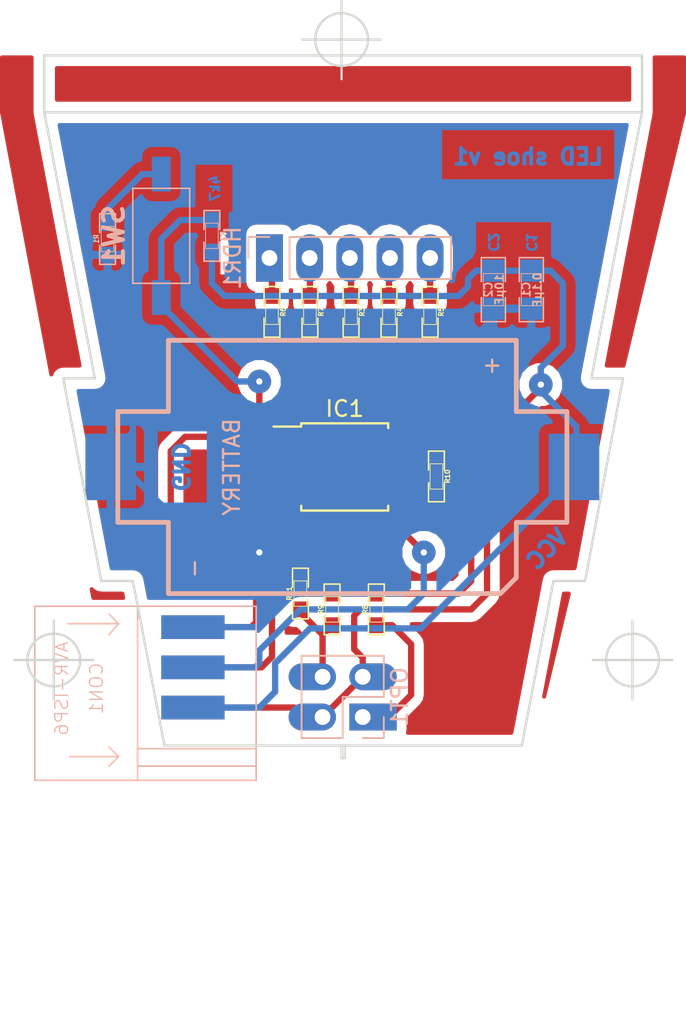
<source format=kicad_pcb>
(kicad_pcb (version 4) (host pcbnew 4.0.2-stable)

  (general
    (links 38)
    (no_connects 2)
    (area 83.6 48.324999 127.000001 109.4)
    (thickness 1.6)
    (drawings 46)
    (tracks 162)
    (zones 0)
    (modules 19)
    (nets 16)
  )

  (page A4)
  (layers
    (0 F.Cu signal)
    (31 B.Cu signal)
    (32 B.Adhes user)
    (33 F.Adhes user)
    (34 B.Paste user)
    (35 F.Paste user)
    (36 B.SilkS user)
    (37 F.SilkS user)
    (38 B.Mask user)
    (39 F.Mask user)
    (40 Dwgs.User user)
    (41 Cmts.User user)
    (42 Eco1.User user)
    (43 Eco2.User user)
    (44 Edge.Cuts user)
    (45 Margin user)
    (46 B.CrtYd user)
    (47 F.CrtYd user)
    (48 B.Fab user)
    (49 F.Fab user)
  )

  (setup
    (last_trace_width 0.4)
    (trace_clearance 0.2)
    (zone_clearance 0.6)
    (zone_45_only no)
    (trace_min 0.2)
    (segment_width 0.2)
    (edge_width 0.15)
    (via_size 1.2)
    (via_drill 0.4)
    (via_min_size 0.4)
    (via_min_drill 0.3)
    (uvia_size 0.3)
    (uvia_drill 0.1)
    (uvias_allowed no)
    (uvia_min_size 0.2)
    (uvia_min_drill 0.1)
    (pcb_text_width 0.3)
    (pcb_text_size 1.5 1.5)
    (mod_edge_width 0.15)
    (mod_text_size 1 1)
    (mod_text_width 0.15)
    (pad_size 1.7 3)
    (pad_drill 1)
    (pad_to_mask_clearance 0.2)
    (aux_axis_origin 0 0)
    (visible_elements FFFCEF7F)
    (pcbplotparams
      (layerselection 0x00030_80000001)
      (usegerberextensions false)
      (excludeedgelayer true)
      (linewidth 0.100000)
      (plotframeref false)
      (viasonmask false)
      (mode 1)
      (useauxorigin false)
      (hpglpennumber 1)
      (hpglpenspeed 20)
      (hpglpendiameter 15)
      (hpglpenoverlay 2)
      (psnegative false)
      (psa4output false)
      (plotreference true)
      (plotvalue true)
      (plotinvisibletext false)
      (padsonsilk false)
      (subtractmaskfromsilk false)
      (outputformat 1)
      (mirror false)
      (drillshape 1)
      (scaleselection 1)
      (outputdirectory ""))
  )

  (net 0 "")
  (net 1 VCC)
  (net 2 GND)
  (net 3 /RST)
  (net 4 /SCK)
  (net 5 /MOSI)
  (net 6 "Net-(IC1-Pad2)")
  (net 7 "Net-(R1-Pad1)")
  (net 8 /Cathode)
  (net 9 /Anode)
  (net 10 LED1)
  (net 11 LED2)
  (net 12 LED3)
  (net 13 LED4)
  (net 14 LED5)
  (net 15 /ADC)

  (net_class Default "This is the default net class."
    (clearance 0.2)
    (trace_width 0.4)
    (via_dia 1.2)
    (via_drill 0.4)
    (uvia_dia 0.3)
    (uvia_drill 0.1)
    (add_net /ADC)
    (add_net /Anode)
    (add_net /Cathode)
    (add_net /MOSI)
    (add_net /RST)
    (add_net /SCK)
    (add_net GND)
    (add_net LED1)
    (add_net LED2)
    (add_net LED3)
    (add_net LED4)
    (add_net LED5)
    (add_net "Net-(IC1-Pad2)")
    (add_net "Net-(R1-Pad1)")
    (add_net VCC)
  )

  (module Pin_Headers:Pin_Header_Straight_1x05_Pitch2.54mm (layer B.Cu) (tedit 5AAD3145) (tstamp 5AABE374)
    (at 100.64 61.2 270)
    (descr "Through hole straight pin header, 1x05, 2.54mm pitch, single row")
    (tags "Through hole pin header THT 1x05 2.54mm single row")
    (path /5AABE5AD)
    (fp_text reference HDR1 (at 0 2.33 270) (layer B.SilkS)
      (effects (font (size 1 1) (thickness 0.15)) (justify mirror))
    )
    (fp_text value ~ (at 0 -12.49 270) (layer B.Fab)
      (effects (font (size 1 1) (thickness 0.15)) (justify mirror))
    )
    (fp_line (start -0.635 1.27) (end 1.27 1.27) (layer B.Fab) (width 0.1))
    (fp_line (start 1.27 1.27) (end 1.27 -11.43) (layer B.Fab) (width 0.1))
    (fp_line (start 1.27 -11.43) (end -1.27 -11.43) (layer B.Fab) (width 0.1))
    (fp_line (start -1.27 -11.43) (end -1.27 0.635) (layer B.Fab) (width 0.1))
    (fp_line (start -1.27 0.635) (end -0.635 1.27) (layer B.Fab) (width 0.1))
    (fp_line (start -1.33 -11.49) (end 1.33 -11.49) (layer B.SilkS) (width 0.12))
    (fp_line (start -1.33 -1.27) (end -1.33 -11.49) (layer B.SilkS) (width 0.12))
    (fp_line (start 1.33 -1.27) (end 1.33 -11.49) (layer B.SilkS) (width 0.12))
    (fp_line (start -1.33 -1.27) (end 1.33 -1.27) (layer B.SilkS) (width 0.12))
    (fp_line (start -1.33 0) (end -1.33 1.33) (layer B.SilkS) (width 0.12))
    (fp_line (start -1.33 1.33) (end 0 1.33) (layer B.SilkS) (width 0.12))
    (fp_line (start -1.8 1.8) (end -1.8 -11.95) (layer B.CrtYd) (width 0.05))
    (fp_line (start -1.8 -11.95) (end 1.8 -11.95) (layer B.CrtYd) (width 0.05))
    (fp_line (start 1.8 -11.95) (end 1.8 1.8) (layer B.CrtYd) (width 0.05))
    (fp_line (start 1.8 1.8) (end -1.8 1.8) (layer B.CrtYd) (width 0.05))
    (fp_text user %R (at 0 -5.08 540) (layer B.Fab)
      (effects (font (size 1 1) (thickness 0.15)) (justify mirror))
    )
    (pad 1 thru_hole rect (at 0 0 270) (size 3 1.7) (drill 1) (layers *.Cu *.Mask)
      (net 10 LED1))
    (pad 2 thru_hole oval (at 0 -2.54 270) (size 3 1.7) (drill 1) (layers *.Cu *.Mask)
      (net 11 LED2))
    (pad 3 thru_hole oval (at 0 -5.08 270) (size 3 1.7) (drill 1) (layers *.Cu *.Mask)
      (net 12 LED3))
    (pad 4 thru_hole oval (at 0 -7.62 270) (size 3 1.7) (drill 1) (layers *.Cu *.Mask)
      (net 13 LED4))
    (pad 5 thru_hole oval (at 0 -10.16 270) (size 3 1.7) (drill 1) (layers *.Cu *.Mask)
      (net 14 LED5))
    (model ${KISYS3DMOD}/Pin_Headers.3dshapes/Pin_Header_Straight_1x05_Pitch2.54mm.wrl
      (at (xyz 0 0 0))
      (scale (xyz 1 1 1))
      (rotate (xyz 0 0 0))
    )
  )

  (module beargun2:CR2032_SMD_WHITE_PLASTIC (layer B.Cu) (tedit 57D5BA5D) (tstamp 5AABD5EE)
    (at 105.25 74.4 90)
    (path /5A8C9506)
    (fp_text reference BT1 (at 0 12.1 90) (layer B.SilkS) hide
      (effects (font (size 1 1) (thickness 0.15)) (justify mirror))
    )
    (fp_text value BATTERY (at 0 -7 90) (layer B.SilkS)
      (effects (font (size 1 1) (thickness 0.15)) (justify mirror))
    )
    (fp_line (start 6.7 -5) (end 6.7 -7.4) (layer Dwgs.User) (width 0.03))
    (fp_line (start 4.2 -5) (end 4.2 -9) (layer Dwgs.User) (width 0.03))
    (fp_line (start -4.2 -5) (end -4.2 -9) (layer Dwgs.User) (width 0.03))
    (fp_line (start -6.7 -5) (end -6.7 -7.4) (layer Dwgs.User) (width 0.03))
    (fp_arc (start 5.45 -5) (end 6.7 -5) (angle 180) (layer Dwgs.User) (width 0.03))
    (fp_arc (start -5.45 -5) (end -6.7 -5) (angle -180) (layer Dwgs.User) (width 0.03))
    (fp_line (start -4.2 5) (end -4.2 9) (layer Dwgs.User) (width 0.03))
    (fp_line (start -6.7 5) (end -6.7 7.4) (layer Dwgs.User) (width 0.03))
    (fp_arc (start -5.45 5) (end -6.7 5) (angle 180) (layer Dwgs.User) (width 0.03))
    (fp_line (start 6.7 5) (end 6.7 7.4) (layer Dwgs.User) (width 0.03))
    (fp_line (start 4.2 5) (end 4.2 9) (layer Dwgs.User) (width 0.03))
    (fp_arc (start 5.45 5) (end 6.7 5) (angle -180) (layer Dwgs.User) (width 0.03))
    (fp_line (start -8 10) (end -8 -11) (layer B.SilkS) (width 0.3))
    (fp_line (start -3.5 11) (end -7 11) (layer B.SilkS) (width 0.3))
    (fp_line (start -7 11) (end -8 10) (layer B.SilkS) (width 0.3))
    (fp_line (start 0 14.2) (end 3.5 14.2) (layer B.SilkS) (width 0.3))
    (fp_line (start 3.5 14.2) (end 3.5 11) (layer B.SilkS) (width 0.3))
    (fp_line (start 3.5 11) (end 8 11) (layer B.SilkS) (width 0.3))
    (fp_line (start 8 11) (end 8 -11) (layer B.SilkS) (width 0.3))
    (fp_line (start 8 -11) (end 3.5 -11) (layer B.SilkS) (width 0.3))
    (fp_line (start 3.5 -11) (end 3.5 -14.2) (layer B.SilkS) (width 0.3))
    (fp_line (start 3.5 -14.2) (end -3.5 -14.2) (layer B.SilkS) (width 0.3))
    (fp_line (start -3.5 -14.2) (end -3.5 -11) (layer B.SilkS) (width 0.3))
    (fp_line (start -3.5 -11) (end -8 -11) (layer B.SilkS) (width 0.3))
    (fp_line (start -3.5 11) (end -3.5 14.2) (layer B.SilkS) (width 0.3))
    (fp_line (start -3.5 14.2) (end 0 14.2) (layer B.SilkS) (width 0.3))
    (fp_circle (center 0 0) (end 10 0) (layer Dwgs.User) (width 0.05))
    (fp_text user - (at -6.4 -9.4 90) (layer B.SilkS)
      (effects (font (size 1 1) (thickness 0.15)) (justify mirror))
    )
    (fp_text user + (at 6.4 9.4 90) (layer B.SilkS)
      (effects (font (size 1 1) (thickness 0.15)) (justify mirror))
    )
    (pad 1 smd rect (at 0 14.65 90) (size 4.2 3.2) (layers B.Cu B.Paste B.Mask)
      (net 1 VCC))
    (pad 2 smd rect (at 0 -14.65 90) (size 4.2 3.2) (layers B.Cu B.Paste B.Mask)
      (net 2 GND))
  )

  (module beargun2:SM0805 (layer B.Cu) (tedit 54D7CFF6) (tstamp 5AABD5F4)
    (at 117.2 63.2 270)
    (path /5A8C43A2)
    (attr smd)
    (fp_text reference C1 (at 0 0.3175 270) (layer B.SilkS)
      (effects (font (size 0.50038 0.50038) (thickness 0.10922)) (justify mirror))
    )
    (fp_text value 0.1µF (at 0 -0.381 270) (layer B.SilkS)
      (effects (font (size 0.50038 0.50038) (thickness 0.10922)) (justify mirror))
    )
    (fp_line (start 1.016 -0.635) (end 1.016 0.635) (layer B.SilkS) (width 0.0508))
    (fp_line (start 0.9906 0.635) (end -1.016 0.635) (layer B.SilkS) (width 0.0508))
    (fp_line (start -1.016 0.635) (end -1.016 -0.635) (layer B.SilkS) (width 0.0508))
    (fp_line (start -1.016 -0.635) (end 1.016 -0.635) (layer B.SilkS) (width 0.0508))
    (fp_line (start -0.508 -0.762) (end -2.024 -0.762) (layer B.SilkS) (width 0.09906))
    (fp_line (start -2.024 -0.762) (end -2.024 0.762) (layer B.SilkS) (width 0.09906))
    (fp_line (start -2.024 0.762) (end -0.508 0.762) (layer B.SilkS) (width 0.09906))
    (fp_line (start 0.508 0.762) (end 2.024 0.762) (layer B.SilkS) (width 0.09906))
    (fp_line (start 2.024 0.762) (end 2.024 -0.762) (layer B.SilkS) (width 0.09906))
    (fp_line (start 2.024 -0.762) (end 0.508 -0.762) (layer B.SilkS) (width 0.09906))
    (pad 1 smd rect (at -1.2 0 270) (size 1.4 1.397) (layers B.Cu B.Paste B.Mask)
      (net 1 VCC))
    (pad 2 smd rect (at 1.2 0 270) (size 1.4 1.397) (layers B.Cu B.Paste B.Mask)
      (net 2 GND))
    (model smd/chip_cms.wrl
      (at (xyz 0 0 0))
      (scale (xyz 0.1 0.1 0.1))
      (rotate (xyz 0 0 0))
    )
  )

  (module beargun2:SOIC-8-W (layer F.Cu) (tedit 595F97D5) (tstamp 5AABD613)
    (at 105.4 74.4)
    (descr "8-Lead Plastic Small Outline (SM) - Medium, 5.28 mm Body [SOIC] (see Microchip Packaging Specification 00000049BS.pdf)")
    (tags "SOIC 1.27")
    (path /5A8C42E8)
    (attr smd)
    (fp_text reference IC1 (at 0 -3.68) (layer F.SilkS)
      (effects (font (size 1 1) (thickness 0.15)))
    )
    (fp_text value ATTINY13A-S (at 0 3.68) (layer F.Fab)
      (effects (font (size 1 1) (thickness 0.15)))
    )
    (fp_line (start -1.65 -2.65) (end 2.65 -2.65) (layer F.Fab) (width 0.15))
    (fp_line (start 2.65 -2.65) (end 2.65 2.65) (layer F.Fab) (width 0.15))
    (fp_line (start 2.65 2.65) (end -2.65 2.65) (layer F.Fab) (width 0.15))
    (fp_line (start -2.65 2.65) (end -2.65 -1.65) (layer F.Fab) (width 0.15))
    (fp_line (start -2.65 -1.65) (end -1.65 -2.65) (layer F.Fab) (width 0.15))
    (fp_line (start -4.75 -2.95) (end -4.75 2.95) (layer F.CrtYd) (width 0.05))
    (fp_line (start 4.75 -2.95) (end 4.75 2.95) (layer F.CrtYd) (width 0.05))
    (fp_line (start -4.75 -2.95) (end 4.75 -2.95) (layer F.CrtYd) (width 0.05))
    (fp_line (start -4.75 2.95) (end 4.75 2.95) (layer F.CrtYd) (width 0.05))
    (fp_line (start -2.75 -2.755) (end -2.75 -2.55) (layer F.SilkS) (width 0.15))
    (fp_line (start 2.75 -2.755) (end 2.75 -2.455) (layer F.SilkS) (width 0.15))
    (fp_line (start 2.75 2.755) (end 2.75 2.455) (layer F.SilkS) (width 0.15))
    (fp_line (start -2.75 2.755) (end -2.75 2.455) (layer F.SilkS) (width 0.15))
    (fp_line (start -2.75 -2.755) (end 2.75 -2.755) (layer F.SilkS) (width 0.15))
    (fp_line (start -2.75 2.755) (end 2.75 2.755) (layer F.SilkS) (width 0.15))
    (fp_line (start -2.75 -2.55) (end -4.5 -2.55) (layer F.SilkS) (width 0.15))
    (pad 1 smd rect (at -3.65 -1.905) (size 1.7 0.65) (layers F.Cu F.Paste F.Mask)
      (net 3 /RST))
    (pad 2 smd rect (at -3.65 -0.635) (size 1.7 0.65) (layers F.Cu F.Paste F.Mask)
      (net 6 "Net-(IC1-Pad2)"))
    (pad 3 smd rect (at -3.65 0.635) (size 1.7 0.65) (layers F.Cu F.Paste F.Mask)
      (net 15 /ADC))
    (pad 4 smd rect (at -3.65 1.905) (size 1.7 0.65) (layers F.Cu F.Paste F.Mask)
      (net 2 GND))
    (pad 5 smd rect (at 3.65 1.905) (size 1.7 0.65) (layers F.Cu F.Paste F.Mask)
      (net 5 /MOSI))
    (pad 6 smd rect (at 3.65 0.635) (size 1.7 0.65) (layers F.Cu F.Paste F.Mask)
      (net 8 /Cathode))
    (pad 7 smd rect (at 3.65 -0.635) (size 1.7 0.65) (layers F.Cu F.Paste F.Mask)
      (net 4 /SCK))
    (pad 8 smd rect (at 3.65 -1.905) (size 1.7 0.65) (layers F.Cu F.Paste F.Mask)
      (net 1 VCC))
    (model Housings_SOIC.3dshapes/SOIJ-8_5.3x5.3mm_Pitch1.27mm.wrl
      (at (xyz 0 0 0))
      (scale (xyz 1 1 1))
      (rotate (xyz 0 0 0))
    )
  )

  (module beargun2:SM0603 (layer B.Cu) (tedit 5936E9F8) (tstamp 5AABD621)
    (at 90.4 60 270)
    (path /5AABD66A)
    (attr smd)
    (fp_text reference R1 (at 0 0.7 270) (layer B.SilkS)
      (effects (font (size 0.3 0.3) (thickness 0.075)) (justify mirror))
    )
    (fp_text value 0 (at 0 -0.8 270) (layer B.Fab)
      (effects (font (size 0.3 0.3) (thickness 0.075)) (justify mirror))
    )
    (fp_line (start -1.6 0.5) (end -0.4 0.5) (layer B.SilkS) (width 0.1))
    (fp_line (start -1.6 -0.5) (end -1.6 0.5) (layer B.SilkS) (width 0.1))
    (fp_line (start -0.4 -0.5) (end -1.6 -0.5) (layer B.SilkS) (width 0.1))
    (fp_line (start 1.6 -0.5) (end 0.4 -0.5) (layer B.SilkS) (width 0.1))
    (fp_line (start 1.6 0.5) (end 1.6 -0.5) (layer B.SilkS) (width 0.1))
    (fp_line (start 0.4 0.5) (end 1.6 0.5) (layer B.SilkS) (width 0.1))
    (fp_line (start 0.8 -0.4) (end 0.8 0.4) (layer B.SilkS) (width 0.0508))
    (fp_line (start 0.8 0.4) (end -0.8 0.4) (layer B.SilkS) (width 0.0508))
    (fp_line (start -0.8 0.4) (end -0.8 -0.4) (layer B.SilkS) (width 0.0508))
    (fp_line (start -0.8 -0.4) (end 0.8 -0.4) (layer B.SilkS) (width 0.0508))
    (pad 1 smd rect (at -1 0 270) (size 1 0.9) (layers B.Cu B.Paste B.Mask)
      (net 7 "Net-(R1-Pad1)"))
    (pad 2 smd rect (at 1 0 270) (size 1 0.9) (layers B.Cu B.Paste B.Mask)
      (net 2 GND))
    (model "/Library/Application Support/kicad/packages3d/Resistors_SMD.3dshapes/R_0805.wrl"
      (at (xyz 0 0 0))
      (scale (xyz 1 1 1))
      (rotate (xyz 0 0 0))
    )
  )

  (module beargun2:SM0603 (layer B.Cu) (tedit 5936E9F8) (tstamp 5AABD627)
    (at 97 59.8 90)
    (path /5AABE18C)
    (attr smd)
    (fp_text reference R2 (at 0 0.7 90) (layer B.SilkS)
      (effects (font (size 0.3 0.3) (thickness 0.075)) (justify mirror))
    )
    (fp_text value 4.7k (at 0 -0.8 90) (layer B.Fab)
      (effects (font (size 0.3 0.3) (thickness 0.075)) (justify mirror))
    )
    (fp_line (start -1.6 0.5) (end -0.4 0.5) (layer B.SilkS) (width 0.1))
    (fp_line (start -1.6 -0.5) (end -1.6 0.5) (layer B.SilkS) (width 0.1))
    (fp_line (start -0.4 -0.5) (end -1.6 -0.5) (layer B.SilkS) (width 0.1))
    (fp_line (start 1.6 -0.5) (end 0.4 -0.5) (layer B.SilkS) (width 0.1))
    (fp_line (start 1.6 0.5) (end 1.6 -0.5) (layer B.SilkS) (width 0.1))
    (fp_line (start 0.4 0.5) (end 1.6 0.5) (layer B.SilkS) (width 0.1))
    (fp_line (start 0.8 -0.4) (end 0.8 0.4) (layer B.SilkS) (width 0.0508))
    (fp_line (start 0.8 0.4) (end -0.8 0.4) (layer B.SilkS) (width 0.0508))
    (fp_line (start -0.8 0.4) (end -0.8 -0.4) (layer B.SilkS) (width 0.0508))
    (fp_line (start -0.8 -0.4) (end 0.8 -0.4) (layer B.SilkS) (width 0.0508))
    (pad 1 smd rect (at -1 0 90) (size 1 0.9) (layers B.Cu B.Paste B.Mask)
      (net 1 VCC))
    (pad 2 smd rect (at 1 0 90) (size 1 0.9) (layers B.Cu B.Paste B.Mask)
      (net 3 /RST))
    (model "/Library/Application Support/kicad/packages3d/Resistors_SMD.3dshapes/R_0805.wrl"
      (at (xyz 0 0 0))
      (scale (xyz 1 1 1))
      (rotate (xyz 0 0 0))
    )
  )

  (module beargun2:SM0603 (layer F.Cu) (tedit 5936E9F8) (tstamp 5AABD62D)
    (at 105.8 64.6 270)
    (path /5A8C4339)
    (attr smd)
    (fp_text reference R3 (at 0 -0.7 270) (layer F.SilkS)
      (effects (font (size 0.3 0.3) (thickness 0.075)))
    )
    (fp_text value 10 (at 0 0.8 270) (layer F.Fab)
      (effects (font (size 0.3 0.3) (thickness 0.075)))
    )
    (fp_line (start -1.6 -0.5) (end -0.4 -0.5) (layer F.SilkS) (width 0.1))
    (fp_line (start -1.6 0.5) (end -1.6 -0.5) (layer F.SilkS) (width 0.1))
    (fp_line (start -0.4 0.5) (end -1.6 0.5) (layer F.SilkS) (width 0.1))
    (fp_line (start 1.6 0.5) (end 0.4 0.5) (layer F.SilkS) (width 0.1))
    (fp_line (start 1.6 -0.5) (end 1.6 0.5) (layer F.SilkS) (width 0.1))
    (fp_line (start 0.4 -0.5) (end 1.6 -0.5) (layer F.SilkS) (width 0.1))
    (fp_line (start 0.8 0.4) (end 0.8 -0.4) (layer F.SilkS) (width 0.0508))
    (fp_line (start 0.8 -0.4) (end -0.8 -0.4) (layer F.SilkS) (width 0.0508))
    (fp_line (start -0.8 -0.4) (end -0.8 0.4) (layer F.SilkS) (width 0.0508))
    (fp_line (start -0.8 0.4) (end 0.8 0.4) (layer F.SilkS) (width 0.0508))
    (pad 1 smd rect (at -1 0 270) (size 1 0.9) (layers F.Cu F.Paste F.Mask)
      (net 12 LED3))
    (pad 2 smd rect (at 1 0 270) (size 1 0.9) (layers F.Cu F.Paste F.Mask)
      (net 5 /MOSI))
    (model "/Library/Application Support/kicad/packages3d/Resistors_SMD.3dshapes/R_0805.wrl"
      (at (xyz 0 0 0))
      (scale (xyz 1 1 1))
      (rotate (xyz 0 0 0))
    )
  )

  (module beargun2:SM0603 (layer F.Cu) (tedit 5936E9F8) (tstamp 5AABD633)
    (at 108.2 64.6 270)
    (path /5AABDB70)
    (attr smd)
    (fp_text reference R4 (at 0 -0.7 270) (layer F.SilkS)
      (effects (font (size 0.3 0.3) (thickness 0.075)))
    )
    (fp_text value 10 (at 0 0.8 270) (layer F.Fab)
      (effects (font (size 0.3 0.3) (thickness 0.075)))
    )
    (fp_line (start -1.6 -0.5) (end -0.4 -0.5) (layer F.SilkS) (width 0.1))
    (fp_line (start -1.6 0.5) (end -1.6 -0.5) (layer F.SilkS) (width 0.1))
    (fp_line (start -0.4 0.5) (end -1.6 0.5) (layer F.SilkS) (width 0.1))
    (fp_line (start 1.6 0.5) (end 0.4 0.5) (layer F.SilkS) (width 0.1))
    (fp_line (start 1.6 -0.5) (end 1.6 0.5) (layer F.SilkS) (width 0.1))
    (fp_line (start 0.4 -0.5) (end 1.6 -0.5) (layer F.SilkS) (width 0.1))
    (fp_line (start 0.8 0.4) (end 0.8 -0.4) (layer F.SilkS) (width 0.0508))
    (fp_line (start 0.8 -0.4) (end -0.8 -0.4) (layer F.SilkS) (width 0.0508))
    (fp_line (start -0.8 -0.4) (end -0.8 0.4) (layer F.SilkS) (width 0.0508))
    (fp_line (start -0.8 0.4) (end 0.8 0.4) (layer F.SilkS) (width 0.0508))
    (pad 1 smd rect (at -1 0 270) (size 1 0.9) (layers F.Cu F.Paste F.Mask)
      (net 13 LED4))
    (pad 2 smd rect (at 1 0 270) (size 1 0.9) (layers F.Cu F.Paste F.Mask)
      (net 8 /Cathode))
    (model "/Library/Application Support/kicad/packages3d/Resistors_SMD.3dshapes/R_0805.wrl"
      (at (xyz 0 0 0))
      (scale (xyz 1 1 1))
      (rotate (xyz 0 0 0))
    )
  )

  (module beargun2:SM0603 (layer F.Cu) (tedit 5936E9F8) (tstamp 5AABD639)
    (at 110.8 64.6 270)
    (path /5AABDC1C)
    (attr smd)
    (fp_text reference R5 (at 0 -0.7 270) (layer F.SilkS)
      (effects (font (size 0.3 0.3) (thickness 0.075)))
    )
    (fp_text value 10 (at 0 0.8 270) (layer F.Fab)
      (effects (font (size 0.3 0.3) (thickness 0.075)))
    )
    (fp_line (start -1.6 -0.5) (end -0.4 -0.5) (layer F.SilkS) (width 0.1))
    (fp_line (start -1.6 0.5) (end -1.6 -0.5) (layer F.SilkS) (width 0.1))
    (fp_line (start -0.4 0.5) (end -1.6 0.5) (layer F.SilkS) (width 0.1))
    (fp_line (start 1.6 0.5) (end 0.4 0.5) (layer F.SilkS) (width 0.1))
    (fp_line (start 1.6 -0.5) (end 1.6 0.5) (layer F.SilkS) (width 0.1))
    (fp_line (start 0.4 -0.5) (end 1.6 -0.5) (layer F.SilkS) (width 0.1))
    (fp_line (start 0.8 0.4) (end 0.8 -0.4) (layer F.SilkS) (width 0.0508))
    (fp_line (start 0.8 -0.4) (end -0.8 -0.4) (layer F.SilkS) (width 0.0508))
    (fp_line (start -0.8 -0.4) (end -0.8 0.4) (layer F.SilkS) (width 0.0508))
    (fp_line (start -0.8 0.4) (end 0.8 0.4) (layer F.SilkS) (width 0.0508))
    (pad 1 smd rect (at -1 0 270) (size 1 0.9) (layers F.Cu F.Paste F.Mask)
      (net 14 LED5))
    (pad 2 smd rect (at 1 0 270) (size 1 0.9) (layers F.Cu F.Paste F.Mask)
      (net 4 /SCK))
    (model "/Library/Application Support/kicad/packages3d/Resistors_SMD.3dshapes/R_0805.wrl"
      (at (xyz 0 0 0))
      (scale (xyz 1 1 1))
      (rotate (xyz 0 0 0))
    )
  )

  (module beargun2:SM0603 (layer F.Cu) (tedit 5936E9F8) (tstamp 5AABD63F)
    (at 100.8 64.6 270)
    (path /5AABDC90)
    (attr smd)
    (fp_text reference R6 (at 0 -0.7 270) (layer F.SilkS)
      (effects (font (size 0.3 0.3) (thickness 0.075)))
    )
    (fp_text value 10 (at 0 0.8 270) (layer F.Fab)
      (effects (font (size 0.3 0.3) (thickness 0.075)))
    )
    (fp_line (start -1.6 -0.5) (end -0.4 -0.5) (layer F.SilkS) (width 0.1))
    (fp_line (start -1.6 0.5) (end -1.6 -0.5) (layer F.SilkS) (width 0.1))
    (fp_line (start -0.4 0.5) (end -1.6 0.5) (layer F.SilkS) (width 0.1))
    (fp_line (start 1.6 0.5) (end 0.4 0.5) (layer F.SilkS) (width 0.1))
    (fp_line (start 1.6 -0.5) (end 1.6 0.5) (layer F.SilkS) (width 0.1))
    (fp_line (start 0.4 -0.5) (end 1.6 -0.5) (layer F.SilkS) (width 0.1))
    (fp_line (start 0.8 0.4) (end 0.8 -0.4) (layer F.SilkS) (width 0.0508))
    (fp_line (start 0.8 -0.4) (end -0.8 -0.4) (layer F.SilkS) (width 0.0508))
    (fp_line (start -0.8 -0.4) (end -0.8 0.4) (layer F.SilkS) (width 0.0508))
    (fp_line (start -0.8 0.4) (end 0.8 0.4) (layer F.SilkS) (width 0.0508))
    (pad 1 smd rect (at -1 0 270) (size 1 0.9) (layers F.Cu F.Paste F.Mask)
      (net 10 LED1))
    (pad 2 smd rect (at 1 0 270) (size 1 0.9) (layers F.Cu F.Paste F.Mask)
      (net 6 "Net-(IC1-Pad2)"))
    (model "/Library/Application Support/kicad/packages3d/Resistors_SMD.3dshapes/R_0805.wrl"
      (at (xyz 0 0 0))
      (scale (xyz 1 1 1))
      (rotate (xyz 0 0 0))
    )
  )

  (module beargun2:SM0603 (layer F.Cu) (tedit 5936E9F8) (tstamp 5AABD645)
    (at 103.2 64.6 270)
    (path /5AABDD06)
    (attr smd)
    (fp_text reference R7 (at 0 -0.7 270) (layer F.SilkS)
      (effects (font (size 0.3 0.3) (thickness 0.075)))
    )
    (fp_text value 10 (at 0 0.8 270) (layer F.Fab)
      (effects (font (size 0.3 0.3) (thickness 0.075)))
    )
    (fp_line (start -1.6 -0.5) (end -0.4 -0.5) (layer F.SilkS) (width 0.1))
    (fp_line (start -1.6 0.5) (end -1.6 -0.5) (layer F.SilkS) (width 0.1))
    (fp_line (start -0.4 0.5) (end -1.6 0.5) (layer F.SilkS) (width 0.1))
    (fp_line (start 1.6 0.5) (end 0.4 0.5) (layer F.SilkS) (width 0.1))
    (fp_line (start 1.6 -0.5) (end 1.6 0.5) (layer F.SilkS) (width 0.1))
    (fp_line (start 0.4 -0.5) (end 1.6 -0.5) (layer F.SilkS) (width 0.1))
    (fp_line (start 0.8 0.4) (end 0.8 -0.4) (layer F.SilkS) (width 0.0508))
    (fp_line (start 0.8 -0.4) (end -0.8 -0.4) (layer F.SilkS) (width 0.0508))
    (fp_line (start -0.8 -0.4) (end -0.8 0.4) (layer F.SilkS) (width 0.0508))
    (fp_line (start -0.8 0.4) (end 0.8 0.4) (layer F.SilkS) (width 0.0508))
    (pad 1 smd rect (at -1 0 270) (size 1 0.9) (layers F.Cu F.Paste F.Mask)
      (net 11 LED2))
    (pad 2 smd rect (at 1 0 270) (size 1 0.9) (layers F.Cu F.Paste F.Mask)
      (net 15 /ADC))
    (model "/Library/Application Support/kicad/packages3d/Resistors_SMD.3dshapes/R_0805.wrl"
      (at (xyz 0 0 0))
      (scale (xyz 1 1 1))
      (rotate (xyz 0 0 0))
    )
  )

  (module beargun2:SM0603 (layer F.Cu) (tedit 5936E9F8) (tstamp 5AABD64B)
    (at 107.4 83.4 90)
    (path /5A8C6FEA)
    (attr smd)
    (fp_text reference R8 (at 0 -0.7 90) (layer F.SilkS)
      (effects (font (size 0.3 0.3) (thickness 0.075)))
    )
    (fp_text value 100? (at 0 0.8 90) (layer F.Fab)
      (effects (font (size 0.3 0.3) (thickness 0.075)))
    )
    (fp_line (start -1.6 -0.5) (end -0.4 -0.5) (layer F.SilkS) (width 0.1))
    (fp_line (start -1.6 0.5) (end -1.6 -0.5) (layer F.SilkS) (width 0.1))
    (fp_line (start -0.4 0.5) (end -1.6 0.5) (layer F.SilkS) (width 0.1))
    (fp_line (start 1.6 0.5) (end 0.4 0.5) (layer F.SilkS) (width 0.1))
    (fp_line (start 1.6 -0.5) (end 1.6 0.5) (layer F.SilkS) (width 0.1))
    (fp_line (start 0.4 -0.5) (end 1.6 -0.5) (layer F.SilkS) (width 0.1))
    (fp_line (start 0.8 0.4) (end 0.8 -0.4) (layer F.SilkS) (width 0.0508))
    (fp_line (start 0.8 -0.4) (end -0.8 -0.4) (layer F.SilkS) (width 0.0508))
    (fp_line (start -0.8 -0.4) (end -0.8 0.4) (layer F.SilkS) (width 0.0508))
    (fp_line (start -0.8 0.4) (end 0.8 0.4) (layer F.SilkS) (width 0.0508))
    (pad 1 smd rect (at -1 0 90) (size 1 0.9) (layers F.Cu F.Paste F.Mask)
      (net 9 /Anode))
    (pad 2 smd rect (at 1 0 90) (size 1 0.9) (layers F.Cu F.Paste F.Mask)
      (net 4 /SCK))
    (model "/Library/Application Support/kicad/packages3d/Resistors_SMD.3dshapes/R_0805.wrl"
      (at (xyz 0 0 0))
      (scale (xyz 1 1 1))
      (rotate (xyz 0 0 0))
    )
  )

  (module beargun2:SM0603 (layer F.Cu) (tedit 5936E9F8) (tstamp 5AABD651)
    (at 104.6 83.4 90)
    (path /5A8C727F)
    (attr smd)
    (fp_text reference R9 (at 0 -0.7 90) (layer F.SilkS)
      (effects (font (size 0.3 0.3) (thickness 0.075)))
    )
    (fp_text value 68k (at 0 0.8 90) (layer F.Fab)
      (effects (font (size 0.3 0.3) (thickness 0.075)))
    )
    (fp_line (start -1.6 -0.5) (end -0.4 -0.5) (layer F.SilkS) (width 0.1))
    (fp_line (start -1.6 0.5) (end -1.6 -0.5) (layer F.SilkS) (width 0.1))
    (fp_line (start -0.4 0.5) (end -1.6 0.5) (layer F.SilkS) (width 0.1))
    (fp_line (start 1.6 0.5) (end 0.4 0.5) (layer F.SilkS) (width 0.1))
    (fp_line (start 1.6 -0.5) (end 1.6 0.5) (layer F.SilkS) (width 0.1))
    (fp_line (start 0.4 -0.5) (end 1.6 -0.5) (layer F.SilkS) (width 0.1))
    (fp_line (start 0.8 0.4) (end 0.8 -0.4) (layer F.SilkS) (width 0.0508))
    (fp_line (start 0.8 -0.4) (end -0.8 -0.4) (layer F.SilkS) (width 0.0508))
    (fp_line (start -0.8 -0.4) (end -0.8 0.4) (layer F.SilkS) (width 0.0508))
    (fp_line (start -0.8 0.4) (end 0.8 0.4) (layer F.SilkS) (width 0.0508))
    (pad 1 smd rect (at -1 0 90) (size 1 0.9) (layers F.Cu F.Paste F.Mask)
      (net 15 /ADC))
    (pad 2 smd rect (at 1 0 90) (size 1 0.9) (layers F.Cu F.Paste F.Mask)
      (net 4 /SCK))
    (model "/Library/Application Support/kicad/packages3d/Resistors_SMD.3dshapes/R_0805.wrl"
      (at (xyz 0 0 0))
      (scale (xyz 1 1 1))
      (rotate (xyz 0 0 0))
    )
  )

  (module beargun2:SW_PUSH_SMD_SMALL (layer B.Cu) (tedit 57DBF2A2) (tstamp 5AABD657)
    (at 93.8 59.8 270)
    (descr "Bouton poussoir")
    (tags "SWITCH DEV")
    (path /5A8C437B)
    (autoplace_cost180 10)
    (fp_text reference SW1 (at 0 3 270) (layer B.SilkS)
      (effects (font (size 1.27 1.27) (thickness 0.254)) (justify mirror))
    )
    (fp_text value SW_PUSH (at 0 -2.9 270) (layer B.SilkS) hide
      (effects (font (size 1.27 1.27) (thickness 0.254)) (justify mirror))
    )
    (fp_line (start -3 1.8) (end 3 1.8) (layer B.SilkS) (width 0.1))
    (fp_line (start 3 1.8) (end 3 -1.8) (layer B.SilkS) (width 0.1))
    (fp_line (start 3 -1.8) (end -3 -1.8) (layer B.SilkS) (width 0.1))
    (fp_line (start -3 -1.8) (end -3 1.8) (layer B.SilkS) (width 0.1))
    (pad 1 smd rect (at -3.9 0 270) (size 2.2 1.2) (layers B.Cu B.Paste B.Mask)
      (net 7 "Net-(R1-Pad1)"))
    (pad 2 smd rect (at 3.9 0 270) (size 2.2 1.2) (layers B.Cu B.Paste B.Mask)
      (net 3 /RST))
    (model device/switch_push.wrl
      (at (xyz 0 0 0))
      (scale (xyz 1 1 1))
      (rotate (xyz 0 0 0))
    )
  )

  (module Pin_Headers:Pin_Header_Straight_2x02_Pitch2.54mm (layer B.Cu) (tedit 5AAD31F6) (tstamp 5AABD82E)
    (at 106.54 90.2 90)
    (descr "Through hole straight pin header, 2x02, 2.54mm pitch, double rows")
    (tags "Through hole pin header THT 2x02 2.54mm double row")
    (path /5A8C4457)
    (fp_text reference OPT1 (at 1.27 2.33 90) (layer B.SilkS)
      (effects (font (size 1 1) (thickness 0.15)) (justify mirror))
    )
    (fp_text value AB2_OPTO-4PIN (at 1.27 -4.87 90) (layer B.Fab)
      (effects (font (size 1 1) (thickness 0.15)) (justify mirror))
    )
    (fp_line (start 0 1.27) (end 3.81 1.27) (layer B.Fab) (width 0.1))
    (fp_line (start 3.81 1.27) (end 3.81 -3.81) (layer B.Fab) (width 0.1))
    (fp_line (start 3.81 -3.81) (end -1.27 -3.81) (layer B.Fab) (width 0.1))
    (fp_line (start -1.27 -3.81) (end -1.27 0) (layer B.Fab) (width 0.1))
    (fp_line (start -1.27 0) (end 0 1.27) (layer B.Fab) (width 0.1))
    (fp_line (start -1.33 -3.87) (end 3.87 -3.87) (layer B.SilkS) (width 0.12))
    (fp_line (start -1.33 -1.27) (end -1.33 -3.87) (layer B.SilkS) (width 0.12))
    (fp_line (start 3.87 1.33) (end 3.87 -3.87) (layer B.SilkS) (width 0.12))
    (fp_line (start -1.33 -1.27) (end 1.27 -1.27) (layer B.SilkS) (width 0.12))
    (fp_line (start 1.27 -1.27) (end 1.27 1.33) (layer B.SilkS) (width 0.12))
    (fp_line (start 1.27 1.33) (end 3.87 1.33) (layer B.SilkS) (width 0.12))
    (fp_line (start -1.33 0) (end -1.33 1.33) (layer B.SilkS) (width 0.12))
    (fp_line (start -1.33 1.33) (end 0 1.33) (layer B.SilkS) (width 0.12))
    (fp_line (start -1.8 1.8) (end -1.8 -4.35) (layer B.CrtYd) (width 0.05))
    (fp_line (start -1.8 -4.35) (end 4.35 -4.35) (layer B.CrtYd) (width 0.05))
    (fp_line (start 4.35 -4.35) (end 4.35 1.8) (layer B.CrtYd) (width 0.05))
    (fp_line (start 4.35 1.8) (end -1.8 1.8) (layer B.CrtYd) (width 0.05))
    (fp_text user %R (at -1.2 -1.4 360) (layer B.Fab)
      (effects (font (size 1 1) (thickness 0.15)) (justify mirror))
    )
    (pad 1 thru_hole rect (at 0 0 90) (size 1.7 3) (drill 1 (offset 0 0.65)) (layers *.Cu *.Mask)
      (net 9 /Anode))
    (pad 2 thru_hole oval (at 2.54 0 90) (size 1.7 3) (drill 1 (offset 0 0.65)) (layers *.Cu *.Mask)
      (net 8 /Cathode))
    (pad 3 thru_hole oval (at 0 -2.54 90) (size 1.7 3) (drill 1 (offset 0 -0.65)) (layers *.Cu *.Mask)
      (net 8 /Cathode))
    (pad 4 thru_hole oval (at 2.54 -2.54 90) (size 1.7 3) (drill 1 (offset 0 -0.65)) (layers *.Cu *.Mask)
      (net 15 /ADC))
    (model ${KISYS3DMOD}/Pin_Headers.3dshapes/Pin_Header_Straight_2x02_Pitch2.54mm.wrl
      (at (xyz 0 0 0))
      (scale (xyz 1 1 1))
      (rotate (xyz 0 0 0))
    )
  )

  (module beargun2:ISP-edge-connector (layer B.Cu) (tedit 580D053D) (tstamp 5AAC267D)
    (at 99.8 94.2 90)
    (path /5A8C988D)
    (fp_text reference CON1 (at 5.8 -10.1 90) (layer B.SilkS)
      (effects (font (size 0.8128 0.8128) (thickness 0.0762)) (justify mirror))
    )
    (fp_text value AVR-ISP6 (at 5.8 -12.3 90) (layer B.SilkS)
      (effects (font (size 0.8128 0.8128) (thickness 0.0762)) (justify mirror))
    )
    (fp_line (start 9.9 -8.7) (end 10.5 -9.3) (layer B.SilkS) (width 0.1))
    (fp_line (start 9.9 -11.9) (end 9.9 -8.7) (layer B.SilkS) (width 0.1))
    (fp_line (start 9.9 -8.7) (end 9.2 -9.3) (layer B.SilkS) (width 0.1))
    (fp_line (start 1.5 -8.7) (end 2.1 -9.3) (layer B.SilkS) (width 0.1))
    (fp_line (start 1.5 -11.8) (end 1.5 -8.7) (layer B.SilkS) (width 0.1))
    (fp_line (start 1.5 -8.7) (end 0.9 -9.3) (layer B.SilkS) (width 0.1))
    (fp_line (start 0 -7.5) (end 0.9 -7.5) (layer B.Fab) (width 0.2))
    (fp_line (start 0.9 -7.5) (end 0.9 0) (layer B.Fab) (width 0.2))
    (fp_line (start 0.9 0) (end 2 0) (layer B.Fab) (width 0.2))
    (fp_line (start 2 0) (end 2 -7.5) (layer B.Fab) (width 0.2))
    (fp_line (start 2 -7.5) (end 11 -7.5) (layer B.Fab) (width 0.2))
    (fp_line (start 0 -7.5) (end 11 -7.5) (layer B.SilkS) (width 0.1))
    (fp_line (start 0.9 0) (end 0.9 -7.5) (layer B.SilkS) (width 0.1))
    (fp_line (start 0.9 -7.5) (end 2 -7.5) (layer B.SilkS) (width 0.1))
    (fp_line (start 2 -7.5) (end 2 0) (layer B.SilkS) (width 0.1))
    (fp_line (start 0 0) (end 11 0) (layer B.SilkS) (width 0.1))
    (fp_line (start 11 0) (end 11 -14) (layer B.SilkS) (width 0.1))
    (fp_line (start 11 -14) (end 0 -14) (layer B.SilkS) (width 0.1))
    (fp_line (start 0 -14) (end 0 0) (layer B.SilkS) (width 0.1))
    (pad 6 smd rect (at 9.68 -4 90) (size 1.5 4) (layers B.Cu B.Paste B.Mask)
      (net 2 GND))
    (pad 5 smd rect (at 9.68 -4 90) (size 1.5 4) (layers F.Cu F.Paste F.Mask)
      (net 3 /RST))
    (pad 4 smd rect (at 7.14 -4 90) (size 1.5 4) (layers B.Cu B.Paste B.Mask)
      (net 5 /MOSI))
    (pad 3 smd rect (at 7.14 -4 90) (size 1.5 4) (layers F.Cu F.Paste F.Mask)
      (net 4 /SCK))
    (pad 2 smd rect (at 4.6 -4 90) (size 1.5 4) (layers B.Cu B.Paste B.Mask)
      (net 1 VCC))
    (pad 1 smd rect (at 4.6 -4 90) (size 1.5 4) (layers F.Cu F.Paste F.Mask)
      (net 8 /Cathode))
    (model ../3d_models/ab2_header/AB2_HDR_M01-1V.wrl
      (at (xyz -0.1 -0.05 0))
      (scale (xyz 0.3937 0.3937 0.3937))
      (rotate (xyz 0 0 0))
    )
    (model ../3d_models/ab2_header/AB2_HDR_M01-1V.wrl
      (at (xyz 0 -0.05 0))
      (scale (xyz 0.3937 0.3937 0.3937))
      (rotate (xyz 0 0 0))
    )
    (model ../3d_models/ab2_header/AB2_HDR_M01-1V.wrl
      (at (xyz 0.1 -0.05 0))
      (scale (xyz 0.3937 0.3937 0.3937))
      (rotate (xyz 0 0 0))
    )
    (model ../3d_models/ab2_header/AB2_HDR_M01-1V.wrl
      (at (xyz -0.1 0.05 0))
      (scale (xyz 0.3937 0.3937 0.3937))
      (rotate (xyz 0 0 0))
    )
    (model ../3d_models/ab2_header/AB2_HDR_M01-1V.wrl
      (at (xyz 0 0.05 0))
      (scale (xyz 0.3937 0.3937 0.3937))
      (rotate (xyz 0 0 0))
    )
    (model ../3d_models/ab2_header/AB2_HDR_M01-1V.wrl
      (at (xyz 0.1 0.05 0))
      (scale (xyz 0.3937 0.3937 0.3937))
      (rotate (xyz 0 0 0))
    )
  )

  (module beargun2:SM0603 (layer F.Cu) (tedit 5936E9F8) (tstamp 5AAD2405)
    (at 111.2 75 270)
    (path /5AAD8AED)
    (attr smd)
    (fp_text reference R10 (at 0 -0.7 270) (layer F.SilkS)
      (effects (font (size 0.3 0.3) (thickness 0.075)))
    )
    (fp_text value 0 (at 0 0.8 270) (layer F.Fab)
      (effects (font (size 0.3 0.3) (thickness 0.075)))
    )
    (fp_line (start -1.6 -0.5) (end -0.4 -0.5) (layer F.SilkS) (width 0.1))
    (fp_line (start -1.6 0.5) (end -1.6 -0.5) (layer F.SilkS) (width 0.1))
    (fp_line (start -0.4 0.5) (end -1.6 0.5) (layer F.SilkS) (width 0.1))
    (fp_line (start 1.6 0.5) (end 0.4 0.5) (layer F.SilkS) (width 0.1))
    (fp_line (start 1.6 -0.5) (end 1.6 0.5) (layer F.SilkS) (width 0.1))
    (fp_line (start 0.4 -0.5) (end 1.6 -0.5) (layer F.SilkS) (width 0.1))
    (fp_line (start 0.8 0.4) (end 0.8 -0.4) (layer F.SilkS) (width 0.0508))
    (fp_line (start 0.8 -0.4) (end -0.8 -0.4) (layer F.SilkS) (width 0.0508))
    (fp_line (start -0.8 -0.4) (end -0.8 0.4) (layer F.SilkS) (width 0.0508))
    (fp_line (start -0.8 0.4) (end 0.8 0.4) (layer F.SilkS) (width 0.0508))
    (pad 1 smd rect (at -1 0 270) (size 1 0.9) (layers F.Cu F.Paste F.Mask)
      (net 4 /SCK))
    (pad 2 smd rect (at 1 0 270) (size 1 0.9) (layers F.Cu F.Paste F.Mask)
      (net 4 /SCK))
    (model "/Library/Application Support/kicad/packages3d/Resistors_SMD.3dshapes/R_0805.wrl"
      (at (xyz 0 0 0))
      (scale (xyz 1 1 1))
      (rotate (xyz 0 0 0))
    )
  )

  (module beargun2:SM0603 (layer F.Cu) (tedit 5936E9F8) (tstamp 5AAD2415)
    (at 102.6 82.4 90)
    (path /5AAD8FB4)
    (attr smd)
    (fp_text reference R11 (at 0 -0.7 90) (layer F.SilkS)
      (effects (font (size 0.3 0.3) (thickness 0.075)))
    )
    (fp_text value 0 (at 0 0.8 90) (layer F.Fab)
      (effects (font (size 0.3 0.3) (thickness 0.075)))
    )
    (fp_line (start -1.6 -0.5) (end -0.4 -0.5) (layer F.SilkS) (width 0.1))
    (fp_line (start -1.6 0.5) (end -1.6 -0.5) (layer F.SilkS) (width 0.1))
    (fp_line (start -0.4 0.5) (end -1.6 0.5) (layer F.SilkS) (width 0.1))
    (fp_line (start 1.6 0.5) (end 0.4 0.5) (layer F.SilkS) (width 0.1))
    (fp_line (start 1.6 -0.5) (end 1.6 0.5) (layer F.SilkS) (width 0.1))
    (fp_line (start 0.4 -0.5) (end 1.6 -0.5) (layer F.SilkS) (width 0.1))
    (fp_line (start 0.8 0.4) (end 0.8 -0.4) (layer F.SilkS) (width 0.0508))
    (fp_line (start 0.8 -0.4) (end -0.8 -0.4) (layer F.SilkS) (width 0.0508))
    (fp_line (start -0.8 -0.4) (end -0.8 0.4) (layer F.SilkS) (width 0.0508))
    (fp_line (start -0.8 0.4) (end 0.8 0.4) (layer F.SilkS) (width 0.0508))
    (pad 1 smd rect (at -1 0 90) (size 1 0.9) (layers F.Cu F.Paste F.Mask)
      (net 15 /ADC))
    (pad 2 smd rect (at 1 0 90) (size 1 0.9) (layers F.Cu F.Paste F.Mask)
      (net 15 /ADC))
    (model "/Library/Application Support/kicad/packages3d/Resistors_SMD.3dshapes/R_0805.wrl"
      (at (xyz 0 0 0))
      (scale (xyz 1 1 1))
      (rotate (xyz 0 0 0))
    )
  )

  (module beargun2:SM0805 (layer B.Cu) (tedit 54D7CFF6) (tstamp 5AB010E1)
    (at 114.8 63.2 270)
    (path /5AB01206)
    (attr smd)
    (fp_text reference C2 (at 0 0.3175 270) (layer B.SilkS)
      (effects (font (size 0.50038 0.50038) (thickness 0.10922)) (justify mirror))
    )
    (fp_text value 10µF (at 0 -0.381 270) (layer B.SilkS)
      (effects (font (size 0.50038 0.50038) (thickness 0.10922)) (justify mirror))
    )
    (fp_line (start 1.016 -0.635) (end 1.016 0.635) (layer B.SilkS) (width 0.0508))
    (fp_line (start 0.9906 0.635) (end -1.016 0.635) (layer B.SilkS) (width 0.0508))
    (fp_line (start -1.016 0.635) (end -1.016 -0.635) (layer B.SilkS) (width 0.0508))
    (fp_line (start -1.016 -0.635) (end 1.016 -0.635) (layer B.SilkS) (width 0.0508))
    (fp_line (start -0.508 -0.762) (end -2.024 -0.762) (layer B.SilkS) (width 0.09906))
    (fp_line (start -2.024 -0.762) (end -2.024 0.762) (layer B.SilkS) (width 0.09906))
    (fp_line (start -2.024 0.762) (end -0.508 0.762) (layer B.SilkS) (width 0.09906))
    (fp_line (start 0.508 0.762) (end 2.024 0.762) (layer B.SilkS) (width 0.09906))
    (fp_line (start 2.024 0.762) (end 2.024 -0.762) (layer B.SilkS) (width 0.09906))
    (fp_line (start 2.024 -0.762) (end 0.508 -0.762) (layer B.SilkS) (width 0.09906))
    (pad 1 smd rect (at -1.2 0 270) (size 1.4 1.397) (layers B.Cu B.Paste B.Mask)
      (net 1 VCC))
    (pad 2 smd rect (at 1.2 0 270) (size 1.4 1.397) (layers B.Cu B.Paste B.Mask)
      (net 2 GND))
    (model smd/chip_cms.wrl
      (at (xyz 0 0 0))
      (scale (xyz 0.1 0.1 0.1))
      (rotate (xyz 0 0 0))
    )
  )

  (target plus (at 105.2 47.4) (size 5) (width 0.15) (layer Edge.Cuts) (tstamp 5AB11D13))
  (target plus (at 87 86.6) (size 5) (width 0.15) (layer Edge.Cuts) (tstamp 5AB11D12))
  (target plus (at 123.6 86.6) (size 5) (width 0.15) (layer Edge.Cuts))
  (gr_text VCC (at 118.2 79.6 45) (layer B.Cu) (tstamp 5AB11A33)
    (effects (font (size 1 1) (thickness 0.25)) (justify mirror))
  )
  (gr_text GND (at 95 74.4 270) (layer B.Cu)
    (effects (font (size 1 1) (thickness 0.25)) (justify mirror))
  )
  (gr_line (start 89.6 68.8) (end 86.4 52) (layer Edge.Cuts) (width 0.15))
  (gr_line (start 94 92) (end 92 81.6) (layer Edge.Cuts) (width 0.15))
  (gr_line (start 118.6 81.6) (end 116.6 92) (layer Edge.Cuts) (width 0.15))
  (gr_line (start 124.2 52) (end 121 68.8) (layer Edge.Cuts) (width 0.15))
  (gr_text "LED shoe v1" (at 117 54.8) (layer B.Cu)
    (effects (font (size 1 1) (thickness 0.25)) (justify mirror))
  )
  (gr_text C2 (at 114.8 60.2 270) (layer B.Cu) (tstamp 5AB011B0)
    (effects (font (size 0.6 0.6) (thickness 0.15)) (justify mirror))
  )
  (gr_text 1 (at 98.6 61) (layer F.Cu) (tstamp 5AB00ED3)
    (effects (font (size 0.8 0.8) (thickness 0.15)))
  )
  (gr_text 1 (at 102 70.6) (layer F.Cu)
    (effects (font (size 0.8 0.8) (thickness 0.15)))
  )
  (gr_text 0 (at 102.6 80.4 90) (layer F.Cu)
    (effects (font (size 0.6 0.6) (thickness 0.15)))
  )
  (gr_text 68k (at 104.6 80.6 90) (layer F.Cu)
    (effects (font (size 0.8 0.8) (thickness 0.2)))
  )
  (gr_text C1 (at 117.2 60.2 270) (layer B.Cu)
    (effects (font (size 0.6 0.6) (thickness 0.15)) (justify mirror))
  )
  (gr_text 4k7 (at 97.2 56.8 90) (layer B.Cu)
    (effects (font (size 0.6 0.6) (thickness 0.15)) (justify mirror))
  )
  (gr_line (start 121.55 76.6) (end 121.55 75.2) (layer Dwgs.User) (width 0.2))
  (gr_line (start 101.8 97.2) (end 101.8 91.2) (layer Dwgs.User) (width 0.2))
  (gr_line (start 108.8 97.2) (end 101.8 97.2) (layer Dwgs.User) (width 0.2))
  (gr_line (start 108.8 91.2) (end 108.8 97.2) (layer Dwgs.User) (width 0.2))
  (gr_line (start 101.8 91.2) (end 108.8 91.2) (layer Dwgs.User) (width 0.2))
  (gr_line (start 112 59.2) (end 112 51.2) (layer Dwgs.User) (width 0.2))
  (gr_line (start 99.4 59.2) (end 112 59.2) (layer Dwgs.User) (width 0.2))
  (gr_line (start 99.4 51.2) (end 99.4 59.2) (layer Dwgs.User) (width 0.2))
  (gr_line (start 96.8 51.2) (end 96.8 49.6) (layer Dwgs.User) (width 0.2))
  (gr_line (start 113.6 51.2) (end 96.8 51.2) (layer Dwgs.User) (width 0.2))
  (gr_line (start 113.6 49.6) (end 113.6 51.2) (layer Dwgs.User) (width 0.2))
  (gr_line (start 96.8 49.6) (end 113.6 49.6) (layer Dwgs.User) (width 0.2))
  (gr_line (start 124.2 48.4) (end 124.2 52) (layer Edge.Cuts) (width 0.15))
  (gr_line (start 86.4 48.4) (end 124.2 48.4) (layer Edge.Cuts) (width 0.15))
  (gr_line (start 86.4 52) (end 86.4 48.4) (layer Edge.Cuts) (width 0.15))
  (gr_line (start 110.8 61.2) (end 110.8 53.2) (layer Dwgs.User) (width 0.2))
  (gr_line (start 100.6 61.2) (end 100.6 53.2) (layer Dwgs.User) (width 0.2))
  (gr_line (start 90 81.6) (end 87.6 68.8) (layer Edge.Cuts) (width 0.15))
  (gr_line (start 92 81.6) (end 90 81.6) (layer Edge.Cuts) (width 0.15))
  (gr_line (start 89.6 68.8) (end 87.6 68.8) (layer Edge.Cuts) (width 0.15))
  (gr_line (start 123 68.8) (end 120.6 81.6) (layer Edge.Cuts) (width 0.15))
  (gr_line (start 121 68.8) (end 123 68.8) (layer Edge.Cuts) (width 0.15))
  (gr_line (start 118.6 81.6) (end 120.6 81.6) (layer Edge.Cuts) (width 0.15))
  (gr_line (start 105.4 92.8) (end 105.4 92) (layer Edge.Cuts) (width 0.15))
  (gr_line (start 105.2 92.8) (end 105.4 92.8) (layer Edge.Cuts) (width 0.15))
  (gr_line (start 105.2 92) (end 105.2 92.8) (layer Edge.Cuts) (width 0.15))
  (gr_line (start 86.4 52) (end 124.2 52) (layer Edge.Cuts) (width 0.15))
  (gr_line (start 94 92) (end 116.6 92) (layer Edge.Cuts) (width 0.15))
  (gr_text "label CYN70 visible \nfrom the bottom" (at 104.6 107) (layer Dwgs.User)
    (effects (font (size 1.5 1.5) (thickness 0.3)))
  )

  (segment (start 117.2 62) (end 114.8 62) (width 0.4) (layer B.Cu) (net 1))
  (segment (start 114.8 62) (end 113.7015 62) (width 0.4) (layer B.Cu) (net 1))
  (segment (start 113.7015 62) (end 113.2 62.5015) (width 0.4) (layer B.Cu) (net 1))
  (segment (start 113.2 62.5015) (end 113.2 63) (width 0.4) (layer B.Cu) (net 1))
  (segment (start 113.2 63) (end 112.6 63.6) (width 0.4) (layer B.Cu) (net 1))
  (segment (start 112.6 63.6) (end 97.8 63.6) (width 0.4) (layer B.Cu) (net 1))
  (segment (start 97.8 63.6) (end 97 62.8) (width 0.4) (layer B.Cu) (net 1))
  (segment (start 97 62.8) (end 97 60.8) (width 0.4) (layer B.Cu) (net 1))
  (segment (start 117.8 69.2) (end 117.8 68.13934) (width 0.4) (layer B.Cu) (net 1))
  (segment (start 117.8 68.13934) (end 119.2 66.73934) (width 0.4) (layer B.Cu) (net 1))
  (segment (start 119.2 66.73934) (end 119.2 62.8) (width 0.4) (layer B.Cu) (net 1))
  (segment (start 119.2 62.8) (end 118.4 62) (width 0.4) (layer B.Cu) (net 1))
  (segment (start 118.4 62) (end 117.2 62) (width 0.4) (layer B.Cu) (net 1))
  (segment (start 95.8 89.6) (end 100 89.6) (width 0.4) (layer B.Cu) (net 1))
  (segment (start 100 89.6) (end 101 88.6) (width 0.4) (layer B.Cu) (net 1))
  (segment (start 101 88.6) (end 101 86.8) (width 0.4) (layer B.Cu) (net 1))
  (segment (start 101 86.8) (end 103.2 84.6) (width 0.4) (layer B.Cu) (net 1))
  (segment (start 103.2 84.6) (end 110.2 84.6) (width 0.4) (layer B.Cu) (net 1))
  (segment (start 110.2 84.6) (end 119.9 74.9) (width 0.4) (layer B.Cu) (net 1))
  (segment (start 119.9 74.9) (end 119.9 74.4) (width 0.4) (layer B.Cu) (net 1))
  (segment (start 117.8 69.4) (end 117.8 69.2) (width 0.4) (layer F.Cu) (net 1))
  (segment (start 108.85 72.495) (end 114.705 72.495) (width 0.4) (layer F.Cu) (net 1))
  (segment (start 117.8 69.6) (end 117.8 69.2) (width 0.4) (layer B.Cu) (net 1))
  (via (at 117.8 69.2) (size 1.5) (drill 0.4) (layers F.Cu B.Cu) (net 1))
  (segment (start 114.705 72.495) (end 117.8 69.4) (width 0.4) (layer F.Cu) (net 1))
  (segment (start 120.05 74.4) (end 120.05 71.85) (width 0.4) (layer B.Cu) (net 1))
  (segment (start 120.05 71.85) (end 117.8 69.6) (width 0.4) (layer B.Cu) (net 1))
  (segment (start 95.8 77.45) (end 94.45 77.45) (width 0.4) (layer B.Cu) (net 2))
  (segment (start 91.4 74.4) (end 90.75 74.4) (width 0.4) (layer B.Cu) (net 2))
  (segment (start 94.45 77.45) (end 91.4 74.4) (width 0.4) (layer B.Cu) (net 2))
  (segment (start 114.8 64.4) (end 117.2 64.4) (width 0.4) (layer B.Cu) (net 2))
  (segment (start 95.8 84.52) (end 99.88 84.52) (width 0.4) (layer B.Cu) (net 2))
  (segment (start 100.2 81.8) (end 96.4 81.8) (width 0.4) (layer B.Cu) (net 2))
  (segment (start 99.88 84.52) (end 100.6 83.8) (width 0.4) (layer B.Cu) (net 2))
  (segment (start 96.4 81.8) (end 95.8 81.2) (width 0.4) (layer B.Cu) (net 2))
  (segment (start 100.6 83.8) (end 100.6 82.2) (width 0.4) (layer B.Cu) (net 2))
  (segment (start 100.6 82.2) (end 100.2 81.8) (width 0.4) (layer B.Cu) (net 2))
  (segment (start 95.8 81.2) (end 95.8 77.45) (width 0.4) (layer B.Cu) (net 2))
  (segment (start 114.4 64.8) (end 114.4 65.399994) (width 0.4) (layer B.Cu) (net 2))
  (segment (start 114.4 65.399994) (end 100 79.799994) (width 0.4) (layer B.Cu) (net 2))
  (segment (start 100 79.799994) (end 99.999994 79.8) (width 0.4) (layer B.Cu) (net 2))
  (segment (start 92 63.8) (end 92 72.2) (width 0.4) (layer B.Cu) (net 2))
  (segment (start 90.4 61) (end 90.4 61.9) (width 0.4) (layer B.Cu) (net 2))
  (segment (start 92 63.5) (end 92 63.8) (width 0.4) (layer B.Cu) (net 2))
  (segment (start 90.4 61.9) (end 92 63.5) (width 0.4) (layer B.Cu) (net 2))
  (segment (start 92 72.2) (end 90.6 73.6) (width 0.4) (layer B.Cu) (net 2))
  (segment (start 90.6 73.6) (end 90.6 74.4) (width 0.4) (layer B.Cu) (net 2))
  (segment (start 99.999994 79.799994) (end 99.999994 79.8) (width 0.4) (layer B.Cu) (net 2))
  (segment (start 97.65 77.45) (end 99.999994 79.799994) (width 0.4) (layer B.Cu) (net 2))
  (segment (start 99.999994 78.055006) (end 99.999994 79.8) (width 0.4) (layer F.Cu) (net 2))
  (segment (start 101.75 76.305) (end 99.999994 78.055006) (width 0.4) (layer F.Cu) (net 2))
  (via (at 99.999994 79.8) (size 1.5) (drill 0.4) (layers F.Cu B.Cu) (net 2))
  (segment (start 95.8 77.45) (end 97.65 77.45) (width 0.4) (layer B.Cu) (net 2))
  (segment (start 94.4 81.4) (end 94.4 73.4) (width 0.4) (layer F.Cu) (net 3))
  (segment (start 99.4 82.2) (end 95.2 82.2) (width 0.4) (layer F.Cu) (net 3))
  (segment (start 95.2 82.2) (end 94.4 81.4) (width 0.4) (layer F.Cu) (net 3))
  (segment (start 99.8 82.6) (end 99.4 82.2) (width 0.4) (layer F.Cu) (net 3))
  (segment (start 99.8 84.2) (end 99.8 82.6) (width 0.4) (layer F.Cu) (net 3))
  (segment (start 99.48 84.52) (end 99.8 84.2) (width 0.4) (layer F.Cu) (net 3))
  (segment (start 95.8 84.52) (end 99.48 84.52) (width 0.4) (layer F.Cu) (net 3))
  (segment (start 95 58.8) (end 93.8 60) (width 0.4) (layer B.Cu) (net 3))
  (segment (start 93.8 60) (end 93.8 63.7) (width 0.4) (layer B.Cu) (net 3))
  (segment (start 97 58.8) (end 95 58.8) (width 0.4) (layer B.Cu) (net 3))
  (segment (start 93.8 63.7) (end 93.8 64.2) (width 0.4) (layer B.Cu) (net 3))
  (segment (start 93.8 64.2) (end 98.6 69) (width 0.4) (layer B.Cu) (net 3))
  (segment (start 98.6 69) (end 99.151472 69) (width 0.4) (layer B.Cu) (net 3))
  (segment (start 99.151472 69) (end 100 69) (width 0.4) (layer B.Cu) (net 3))
  (segment (start 94.4 73.4) (end 95.305 72.495) (width 0.4) (layer F.Cu) (net 3))
  (segment (start 95.305 72.495) (end 101.75 72.495) (width 0.4) (layer F.Cu) (net 3))
  (segment (start 100 70.745) (end 100 69) (width 0.4) (layer F.Cu) (net 3))
  (segment (start 101.75 72.495) (end 100 70.745) (width 0.4) (layer F.Cu) (net 3))
  (via (at 100 69) (size 1.5) (drill 0.4) (layers F.Cu B.Cu) (net 3))
  (segment (start 104.6 82.4) (end 107.4 82.4) (width 0.4) (layer F.Cu) (net 4))
  (segment (start 101.4 82.4) (end 104.6 82.4) (width 0.4) (layer F.Cu) (net 4))
  (segment (start 107.4 82.4) (end 112.6 82.4) (width 0.4) (layer F.Cu) (net 4))
  (segment (start 112.6 82.4) (end 113.4 81.6) (width 0.4) (layer F.Cu) (net 4))
  (segment (start 113.4 81.6) (end 113.4 76.6) (width 0.4) (layer F.Cu) (net 4))
  (segment (start 113.4 76.6) (end 112.8 76) (width 0.4) (layer F.Cu) (net 4))
  (segment (start 112.8 76) (end 111.2 76) (width 0.4) (layer F.Cu) (net 4))
  (segment (start 95.8 87.06) (end 100.14 87.06) (width 0.4) (layer F.Cu) (net 4))
  (segment (start 100.14 87.06) (end 100.8 86.4) (width 0.4) (layer F.Cu) (net 4))
  (segment (start 100.8 86.4) (end 100.8 83) (width 0.4) (layer F.Cu) (net 4))
  (segment (start 100.8 83) (end 101.4 82.4) (width 0.4) (layer F.Cu) (net 4))
  (segment (start 109.05 73.765) (end 110.965 73.765) (width 0.4) (layer F.Cu) (net 4))
  (segment (start 110.965 73.765) (end 111.2 74) (width 0.4) (layer F.Cu) (net 4))
  (segment (start 110.8 65.6) (end 110.8 67) (width 0.4) (layer F.Cu) (net 4))
  (segment (start 110.8 67) (end 107.4 70.4) (width 0.4) (layer F.Cu) (net 4))
  (segment (start 107.4 70.4) (end 107.4 73.4) (width 0.4) (layer F.Cu) (net 4))
  (segment (start 107.765 73.765) (end 109.05 73.765) (width 0.4) (layer F.Cu) (net 4))
  (segment (start 107.4 73.4) (end 107.765 73.765) (width 0.4) (layer F.Cu) (net 4))
  (segment (start 95.8 87.06) (end 99.74 87.06) (width 0.4) (layer B.Cu) (net 5))
  (segment (start 99.74 87.06) (end 100 86.8) (width 0.4) (layer B.Cu) (net 5))
  (segment (start 100 86.8) (end 100 86) (width 0.4) (layer B.Cu) (net 5))
  (segment (start 100 86) (end 102.6 83.4) (width 0.4) (layer B.Cu) (net 5))
  (segment (start 102.6 83.4) (end 109.4 83.4) (width 0.4) (layer B.Cu) (net 5))
  (segment (start 109.4 83.4) (end 110.4 82.4) (width 0.4) (layer B.Cu) (net 5))
  (segment (start 110.4 82.4) (end 110.4 79.8) (width 0.4) (layer B.Cu) (net 5))
  (segment (start 109.05 76.305) (end 109.05 78.45) (width 0.4) (layer F.Cu) (net 5))
  (segment (start 109.05 78.45) (end 109.6 79) (width 0.4) (layer F.Cu) (net 5))
  (segment (start 109.6 79) (end 110.4 79.8) (width 0.4) (layer F.Cu) (net 5))
  (via (at 110.4 79.8) (size 1.5) (drill 0.4) (layers F.Cu B.Cu) (net 5))
  (segment (start 105.8 65.6) (end 105.4 66) (width 0.4) (layer F.Cu) (net 5))
  (segment (start 105.4 66) (end 105.4 76.2) (width 0.4) (layer F.Cu) (net 5))
  (segment (start 105.4 76.2) (end 105.505 76.305) (width 0.4) (layer F.Cu) (net 5))
  (segment (start 105.505 76.305) (end 109.05 76.305) (width 0.4) (layer F.Cu) (net 5))
  (segment (start 100.8 65.6) (end 100.8 66.5) (width 0.4) (layer F.Cu) (net 6))
  (segment (start 100.8 66.5) (end 103.4 69.1) (width 0.4) (layer F.Cu) (net 6))
  (segment (start 103.4 69.1) (end 103.4 73.4) (width 0.4) (layer F.Cu) (net 6))
  (segment (start 103.4 73.4) (end 103.035 73.765) (width 0.4) (layer F.Cu) (net 6))
  (segment (start 103.035 73.765) (end 101.75 73.765) (width 0.4) (layer F.Cu) (net 6))
  (segment (start 90.4 59) (end 90.4 58.1) (width 0.4) (layer B.Cu) (net 7))
  (segment (start 90.4 58.1) (end 92.6 55.9) (width 0.4) (layer B.Cu) (net 7))
  (segment (start 92.6 55.9) (end 92.8 55.9) (width 0.4) (layer B.Cu) (net 7))
  (segment (start 92.8 55.9) (end 93.8 55.9) (width 0.4) (layer B.Cu) (net 7))
  (segment (start 95.8 89.6) (end 102.2 89.6) (width 0.4) (layer F.Cu) (net 8))
  (segment (start 104 90.2) (end 102.797919 90.2) (width 0.4) (layer F.Cu) (net 8))
  (segment (start 102.797919 90.2) (end 102.2 89.602081) (width 0.4) (layer F.Cu) (net 8))
  (segment (start 102.2 89.602081) (end 102.2 89.6) (width 0.4) (layer F.Cu) (net 8))
  (segment (start 106.54 87.66) (end 106.54 86.457919) (width 0.4) (layer F.Cu) (net 8))
  (segment (start 106.4 83.4) (end 113.4 83.4) (width 0.4) (layer F.Cu) (net 8))
  (segment (start 106.54 86.457919) (end 106 85.917919) (width 0.4) (layer F.Cu) (net 8))
  (segment (start 106 85.917919) (end 106 83.8) (width 0.4) (layer F.Cu) (net 8))
  (segment (start 106 83.8) (end 106.4 83.4) (width 0.4) (layer F.Cu) (net 8))
  (segment (start 113.4 83.4) (end 114.4 82.4) (width 0.4) (layer F.Cu) (net 8))
  (segment (start 114.4 82.4) (end 114.4 75.8) (width 0.4) (layer F.Cu) (net 8))
  (segment (start 114.4 75.8) (end 113.635 75.035) (width 0.4) (layer F.Cu) (net 8))
  (segment (start 113.635 75.035) (end 109.05 75.035) (width 0.4) (layer F.Cu) (net 8))
  (segment (start 104 90.2) (end 106.54 87.66) (width 0.4) (layer F.Cu) (net 8))
  (segment (start 108.2 65.6) (end 108.2 66.5) (width 0.4) (layer F.Cu) (net 8))
  (segment (start 108.2 66.5) (end 106.4 68.3) (width 0.4) (layer F.Cu) (net 8))
  (segment (start 106.4 68.3) (end 106.4 74.4) (width 0.4) (layer F.Cu) (net 8))
  (segment (start 107.035 75.035) (end 109.05 75.035) (width 0.4) (layer F.Cu) (net 8))
  (segment (start 106.4 74.4) (end 107.035 75.035) (width 0.4) (layer F.Cu) (net 8))
  (segment (start 106.54 90.2) (end 108.2 90.2) (width 0.4) (layer F.Cu) (net 9))
  (segment (start 108.2 90.2) (end 109.6 88.8) (width 0.4) (layer F.Cu) (net 9))
  (segment (start 109.6 88.8) (end 109.6 85.6) (width 0.4) (layer F.Cu) (net 9))
  (segment (start 109.6 85.6) (end 108.4 84.4) (width 0.4) (layer F.Cu) (net 9))
  (segment (start 108.4 84.4) (end 107.4 84.4) (width 0.4) (layer F.Cu) (net 9))
  (segment (start 100.8 63.6) (end 100.8 61.36) (width 0.4) (layer F.Cu) (net 10))
  (segment (start 100.8 61.36) (end 100.64 61.2) (width 0.4) (layer F.Cu) (net 10))
  (segment (start 103.2 63.6) (end 103.2 61.22) (width 0.4) (layer F.Cu) (net 11))
  (segment (start 103.2 61.22) (end 103.18 61.2) (width 0.4) (layer F.Cu) (net 11))
  (segment (start 105.8 63.6) (end 105.8 61.28) (width 0.4) (layer F.Cu) (net 12))
  (segment (start 105.8 61.28) (end 105.72 61.2) (width 0.4) (layer F.Cu) (net 12))
  (segment (start 108.2 63.6) (end 108.2 61.26) (width 0.4) (layer F.Cu) (net 13))
  (segment (start 108.2 61.26) (end 108.26 61.2) (width 0.4) (layer F.Cu) (net 13))
  (segment (start 110.8 63.6) (end 110.8 61.2) (width 0.4) (layer F.Cu) (net 14))
  (segment (start 104 85) (end 102.6 83.6) (width 0.4) (layer F.Cu) (net 15))
  (segment (start 102.6 83.6) (end 102.6 83.4) (width 0.4) (layer F.Cu) (net 15))
  (segment (start 104 87.66) (end 104 85) (width 0.4) (layer F.Cu) (net 15))
  (segment (start 104 85) (end 104.6 84.4) (width 0.4) (layer F.Cu) (net 15))
  (segment (start 101.75 75.035) (end 98.565 75.035) (width 0.4) (layer F.Cu) (net 15))
  (segment (start 98.565 75.035) (end 97.8 75.8) (width 0.4) (layer F.Cu) (net 15))
  (segment (start 97.8 75.8) (end 97.8 80.6) (width 0.4) (layer F.Cu) (net 15))
  (segment (start 97.8 80.6) (end 98.6 81.4) (width 0.4) (layer F.Cu) (net 15))
  (segment (start 98.6 81.4) (end 102 81.4) (width 0.4) (layer F.Cu) (net 15))
  (segment (start 102 81.4) (end 102.2 81.4) (width 0.4) (layer F.Cu) (net 15))
  (segment (start 103.2 65.6) (end 103.2 66.5) (width 0.4) (layer F.Cu) (net 15))
  (segment (start 103.765 75.035) (end 101.75 75.035) (width 0.4) (layer F.Cu) (net 15))
  (segment (start 103.2 66.5) (end 104.4 67.7) (width 0.4) (layer F.Cu) (net 15))
  (segment (start 104.4 67.7) (end 104.4 74.4) (width 0.4) (layer F.Cu) (net 15))
  (segment (start 104.4 74.4) (end 103.765 75.035) (width 0.4) (layer F.Cu) (net 15))

  (zone (net 2) (net_name GND) (layer B.Cu) (tstamp 0) (hatch edge 0.508)
    (connect_pads (clearance 0.6))
    (min_thickness 0.254)
    (fill yes (arc_segments 16) (thermal_gap 0.508) (thermal_bridge_width 0.508))
    (polygon
      (pts
        (xy 109 92) (xy 109 85) (xy 99.8 85) (xy 99.8 82.8) (xy 90.2 82.8)
        (xy 84.4 52) (xy 84.4 48.4) (xy 126.2 48.4) (xy 126.2 52) (xy 118.6 92)
      )
    )
    (filled_polygon
      (pts
        (xy 122.566287 56.290794) (xy 122.566287 52.998) (xy 111.433714 52.998) (xy 111.433714 56.352) (xy 122.554629 56.352)
        (xy 120.212164 68.649936) (xy 120.21278 68.725697) (xy 120.198 68.8) (xy 120.21404 68.880636) (xy 120.214708 68.962851)
        (xy 120.244269 69.032608) (xy 120.259049 69.106912) (xy 120.304725 69.175272) (xy 120.336805 69.250973) (xy 120.390809 69.304106)
        (xy 120.4329 69.3671) (xy 120.501263 69.412779) (xy 120.559868 69.470438) (xy 120.630095 69.498861) (xy 120.693088 69.540951)
        (xy 120.773722 69.55699) (xy 120.849936 69.587836) (xy 120.925697 69.58722) (xy 121 69.602) (xy 122.033649 69.602)
        (xy 121.660657 71.591292) (xy 121.5 71.558758) (xy 120.919069 71.558758) (xy 120.906437 71.495253) (xy 120.705488 71.194512)
        (xy 119.197323 69.686347) (xy 119.276743 69.495082) (xy 119.277256 68.907495) (xy 119.05287 68.36444) (xy 118.969446 68.28087)
        (xy 119.855488 67.394828) (xy 119.930273 67.282904) (xy 120.056436 67.094088) (xy 120.127 66.73934) (xy 120.127 62.8)
        (xy 120.096219 62.645253) (xy 120.056437 62.445253) (xy 119.855488 62.144512) (xy 119.055488 61.344512) (xy 118.967544 61.28575)
        (xy 118.754748 61.143564) (xy 118.60469 61.113716) (xy 118.589049 61.03059) (xy 118.572 61.004095) (xy 118.572 58.812286)
        (xy 113.578 58.812286) (xy 113.578 60.77841) (xy 113.418657 61.011615) (xy 113.393833 61.134199) (xy 113.346752 61.143564)
        (xy 113.133956 61.28575) (xy 113.046012 61.344512) (xy 112.544512 61.846012) (xy 112.343564 62.146752) (xy 112.273 62.5015)
        (xy 112.273 62.616024) (xy 112.216024 62.673) (xy 112.13944 62.673) (xy 112.256958 62.497122) (xy 112.377 61.89363)
        (xy 112.377 60.50637) (xy 112.256958 59.902878) (xy 111.915107 59.391263) (xy 111.403492 59.049412) (xy 110.8 58.92937)
        (xy 110.196508 59.049412) (xy 109.684893 59.391263) (xy 109.53 59.623076) (xy 109.375107 59.391263) (xy 108.863492 59.049412)
        (xy 108.26 58.92937) (xy 107.656508 59.049412) (xy 107.144893 59.391263) (xy 106.99 59.623076) (xy 106.835107 59.391263)
        (xy 106.323492 59.049412) (xy 105.72 58.92937) (xy 105.116508 59.049412) (xy 104.604893 59.391263) (xy 104.45 59.623076)
        (xy 104.295107 59.391263) (xy 103.783492 59.049412) (xy 103.18 58.92937) (xy 102.576508 59.049412) (xy 102.128076 59.349045)
        (xy 102.021328 59.183154) (xy 101.778385 59.017157) (xy 101.49 58.958758) (xy 99.79 58.958758) (xy 99.52059 59.009451)
        (xy 99.273154 59.168672) (xy 99.107157 59.411615) (xy 99.048758 59.7) (xy 99.048758 62.673) (xy 98.183976 62.673)
        (xy 97.927 62.416024) (xy 97.927 61.856968) (xy 97.966846 61.831328) (xy 98.132843 61.588385) (xy 98.191242 61.3)
        (xy 98.191242 60.3) (xy 98.140549 60.03059) (xy 97.990269 59.797048) (xy 98.132843 59.588385) (xy 98.191242 59.3)
        (xy 98.191242 58.416286) (xy 98.422 58.416286) (xy 98.422 55.183714) (xy 95.828 55.183714) (xy 95.828 57.873)
        (xy 95 57.873) (xy 94.645252 57.943564) (xy 94.411129 58.1) (xy 94.344512 58.144512) (xy 93.144512 59.344512)
        (xy 92.943564 59.645252) (xy 92.873 60) (xy 92.873 61.946509) (xy 92.683154 62.068672) (xy 92.517157 62.311615)
        (xy 92.458758 62.6) (xy 92.458758 64.8) (xy 92.509451 65.06941) (xy 92.668672 65.316846) (xy 92.911615 65.482843)
        (xy 93.2 65.541242) (xy 93.830266 65.541242) (xy 97.944512 69.655488) (xy 98.245252 69.856436) (xy 98.6 69.927)
        (xy 98.838411 69.927) (xy 99.162254 70.251409) (xy 99.704918 70.476743) (xy 100.292505 70.477256) (xy 100.83556 70.25287)
        (xy 101.251409 69.837746) (xy 101.476743 69.295082) (xy 101.477256 68.707495) (xy 101.25287 68.16444) (xy 100.837746 67.748591)
        (xy 100.295082 67.523257) (xy 99.707495 67.522744) (xy 99.16444 67.74713) (xy 98.911052 68.000076) (xy 95.596726 64.68575)
        (xy 113.4665 64.68575) (xy 113.4665 65.226309) (xy 113.563173 65.459698) (xy 113.741801 65.638327) (xy 113.97519 65.735)
        (xy 114.51425 65.735) (xy 114.673 65.57625) (xy 114.673 64.527) (xy 114.927 64.527) (xy 114.927 65.57625)
        (xy 115.08575 65.735) (xy 115.62481 65.735) (xy 115.858199 65.638327) (xy 116 65.496525) (xy 116.141801 65.638327)
        (xy 116.37519 65.735) (xy 116.91425 65.735) (xy 117.073 65.57625) (xy 117.073 64.527) (xy 116.02525 64.527)
        (xy 116 64.55225) (xy 115.97475 64.527) (xy 114.927 64.527) (xy 114.673 64.527) (xy 113.62525 64.527)
        (xy 113.4665 64.68575) (xy 95.596726 64.68575) (xy 95.141242 64.230266) (xy 95.141242 62.6) (xy 95.090549 62.33059)
        (xy 94.931328 62.083154) (xy 94.727 61.943542) (xy 94.727 60.383976) (xy 95.383976 59.727) (xy 95.960858 59.727)
        (xy 96.009731 59.802952) (xy 95.867157 60.011615) (xy 95.808758 60.3) (xy 95.808758 61.3) (xy 95.859451 61.56941)
        (xy 96.018672 61.816846) (xy 96.073 61.853967) (xy 96.073 62.8) (xy 96.143564 63.154748) (xy 96.267547 63.340302)
        (xy 96.344512 63.455488) (xy 97.144512 64.255488) (xy 97.445253 64.456437) (xy 97.8 64.527) (xy 112.6 64.527)
        (xy 112.954748 64.456436) (xy 113.255488 64.255488) (xy 113.4665 64.044476) (xy 113.4665 64.11425) (xy 113.62525 64.273)
        (xy 114.673 64.273) (xy 114.673 64.253) (xy 114.927 64.253) (xy 114.927 64.273) (xy 115.97475 64.273)
        (xy 116 64.24775) (xy 116.02525 64.273) (xy 117.073 64.273) (xy 117.073 64.253) (xy 117.327 64.253)
        (xy 117.327 64.273) (xy 117.347 64.273) (xy 117.347 64.527) (xy 117.327 64.527) (xy 117.327 65.57625)
        (xy 117.48575 65.735) (xy 118.02481 65.735) (xy 118.258199 65.638327) (xy 118.273 65.623526) (xy 118.273 66.355364)
        (xy 117.144512 67.483852) (xy 116.943564 67.784592) (xy 116.89805 68.013404) (xy 116.548591 68.362254) (xy 116.323257 68.904918)
        (xy 116.322744 69.492505) (xy 116.54713 70.03556) (xy 116.962254 70.451409) (xy 117.504918 70.676743) (xy 117.56582 70.676796)
        (xy 118.447782 71.558758) (xy 118.3 71.558758) (xy 118.03059 71.609451) (xy 117.783154 71.768672) (xy 117.617157 72.011615)
        (xy 117.558758 72.3) (xy 117.558758 75.930266) (xy 111.327 82.162024) (xy 111.327 80.961589) (xy 111.651409 80.637746)
        (xy 111.876743 80.095082) (xy 111.877256 79.507495) (xy 111.65287 78.96444) (xy 111.237746 78.548591) (xy 110.695082 78.323257)
        (xy 110.107495 78.322744) (xy 109.56444 78.54713) (xy 109.148591 78.962254) (xy 108.923257 79.504918) (xy 108.922744 80.092505)
        (xy 109.14713 80.63556) (xy 109.473 80.961999) (xy 109.473 82.016024) (xy 109.016024 82.473) (xy 102.6 82.473)
        (xy 102.245252 82.543564) (xy 101.944512 82.744512) (xy 99.927 84.762024) (xy 99.927 82.8) (xy 99.916994 82.75059)
        (xy 99.888553 82.708965) (xy 99.846159 82.681685) (xy 99.8 82.673) (xy 93.023041 82.673) (xy 92.787569 81.448544)
        (xy 92.756854 81.373036) (xy 92.740951 81.293088) (xy 92.69847 81.22951) (xy 92.669659 81.158684) (xy 92.61239 81.100681)
        (xy 92.5671 81.0329) (xy 92.503521 80.990418) (xy 92.4498 80.936009) (xy 92.374689 80.904336) (xy 92.306912 80.859049)
        (xy 92.231918 80.844132) (xy 92.161463 80.814422) (xy 92.079951 80.813903) (xy 92 80.798) (xy 90.6656 80.798)
        (xy 89.978788 77.135) (xy 90.31425 77.135) (xy 90.473 76.97625) (xy 90.473 74.527) (xy 90.727 74.527)
        (xy 90.727 76.97625) (xy 90.88575 77.135) (xy 92.32631 77.135) (xy 92.559699 77.038327) (xy 92.738327 76.859698)
        (xy 92.835 76.626309) (xy 92.835 74.68575) (xy 92.67625 74.527) (xy 90.727 74.527) (xy 90.473 74.527)
        (xy 90.453 74.527) (xy 90.453 74.273) (xy 90.473 74.273) (xy 90.473 71.82375) (xy 90.727 71.82375)
        (xy 90.727 74.273) (xy 92.67625 74.273) (xy 92.835 74.11425) (xy 92.835 72.173691) (xy 92.773076 72.024191)
        (xy 93.448 72.024191) (xy 93.448 76.77581) (xy 96.802 76.77581) (xy 96.802 72.024191) (xy 93.448 72.024191)
        (xy 92.773076 72.024191) (xy 92.738327 71.940302) (xy 92.559699 71.761673) (xy 92.32631 71.665) (xy 90.88575 71.665)
        (xy 90.727 71.82375) (xy 90.473 71.82375) (xy 90.31425 71.665) (xy 88.953163 71.665) (xy 88.56635 69.602)
        (xy 89.6 69.602) (xy 89.674303 69.58722) (xy 89.750064 69.587836) (xy 89.826278 69.55699) (xy 89.906912 69.540951)
        (xy 89.969905 69.498861) (xy 90.040132 69.470438) (xy 90.098737 69.412778) (xy 90.1671 69.3671) (xy 90.20919 69.304108)
        (xy 90.263196 69.250973) (xy 90.295277 69.175269) (xy 90.340951 69.106912) (xy 90.355731 69.03261) (xy 90.385292 68.962851)
        (xy 90.38596 68.880636) (xy 90.402 68.8) (xy 90.38722 68.725697) (xy 90.387836 68.649936) (xy 88.985135 61.28575)
        (xy 89.315 61.28575) (xy 89.315 61.626309) (xy 89.411673 61.859698) (xy 89.590301 62.038327) (xy 89.82369 62.135)
        (xy 90.11425 62.135) (xy 90.273 61.97625) (xy 90.273 61.127) (xy 90.527 61.127) (xy 90.527 61.97625)
        (xy 90.68575 62.135) (xy 90.97631 62.135) (xy 91.209699 62.038327) (xy 91.388327 61.859698) (xy 91.485 61.626309)
        (xy 91.485 61.28575) (xy 91.32625 61.127) (xy 90.527 61.127) (xy 90.273 61.127) (xy 89.47375 61.127)
        (xy 89.315 61.28575) (xy 88.985135 61.28575) (xy 88.454516 58.5) (xy 89.208758 58.5) (xy 89.208758 59.5)
        (xy 89.259451 59.76941) (xy 89.418672 60.016846) (xy 89.487856 60.064118) (xy 89.411673 60.140302) (xy 89.315 60.373691)
        (xy 89.315 60.71425) (xy 89.47375 60.873) (xy 90.273 60.873) (xy 90.273 60.853) (xy 90.527 60.853)
        (xy 90.527 60.873) (xy 91.32625 60.873) (xy 91.485 60.71425) (xy 91.485 60.373691) (xy 91.388327 60.140302)
        (xy 91.31361 60.065585) (xy 91.366846 60.031328) (xy 91.532843 59.788385) (xy 91.591242 59.5) (xy 91.591242 58.5)
        (xy 91.546858 58.264118) (xy 92.522025 57.288951) (xy 92.668672 57.516846) (xy 92.911615 57.682843) (xy 93.2 57.741242)
        (xy 94.4 57.741242) (xy 94.66941 57.690549) (xy 94.916846 57.531328) (xy 95.082843 57.288385) (xy 95.141242 57)
        (xy 95.141242 54.8) (xy 95.090549 54.53059) (xy 94.931328 54.283154) (xy 94.688385 54.117157) (xy 94.4 54.058758)
        (xy 93.2 54.058758) (xy 92.93059 54.109451) (xy 92.683154 54.268672) (xy 92.517157 54.511615) (xy 92.458758 54.8)
        (xy 92.458758 55.001095) (xy 92.245253 55.043563) (xy 91.944512 55.244512) (xy 89.744512 57.444512) (xy 89.543564 57.745252)
        (xy 89.508806 57.919991) (xy 89.433154 57.968672) (xy 89.267157 58.211615) (xy 89.208758 58.5) (xy 88.454516 58.5)
        (xy 87.369182 52.802) (xy 123.230819 52.802)
      )
    )
  )
  (zone (net 0) (net_name "") (layer F.Cu) (tstamp 0) (hatch edge 0.508)
    (connect_pads (clearance 0.6))
    (min_thickness 0.254)
    (fill yes (arc_segments 16) (thermal_gap 0.508) (thermal_bridge_width 0.508))
    (polygon
      (pts
        (xy 89.4 82.8) (xy 83.6 52) (xy 83.6 48.4) (xy 127 48.4) (xy 127 52)
        (xy 117.4 92) (xy 109 92) (xy 109 85) (xy 99.8 85) (xy 99.8 82.8)
      )
    )
    (filled_polygon
      (pts
        (xy 120.212164 68.649936) (xy 120.21278 68.725697) (xy 120.198 68.8) (xy 120.21404 68.880636) (xy 120.214708 68.962851)
        (xy 120.244269 69.032608) (xy 120.259049 69.106912) (xy 120.304725 69.175272) (xy 120.336805 69.250973) (xy 120.390809 69.304106)
        (xy 120.4329 69.3671) (xy 120.501263 69.412779) (xy 120.559868 69.470438) (xy 120.630095 69.498861) (xy 120.693088 69.540951)
        (xy 120.773722 69.55699) (xy 120.849936 69.587836) (xy 120.925697 69.58722) (xy 121 69.602) (xy 122.033649 69.602)
        (xy 119.9344 80.798) (xy 118.6 80.798) (xy 118.520049 80.813903) (xy 118.438537 80.814422) (xy 118.368082 80.844132)
        (xy 118.293088 80.859049) (xy 118.225311 80.904336) (xy 118.1502 80.936009) (xy 118.096479 80.990418) (xy 118.0329 81.0329)
        (xy 117.98761 81.100681) (xy 117.930341 81.158684) (xy 117.90153 81.22951) (xy 117.859049 81.293088) (xy 117.843146 81.373036)
        (xy 117.812431 81.448544) (xy 115.937536 91.198) (xy 109.401271 91.198) (xy 109.431242 91.05) (xy 109.431242 90.279734)
        (xy 110.255488 89.455488) (xy 110.330273 89.343564) (xy 110.456436 89.154748) (xy 110.527 88.8) (xy 110.527 85.6)
        (xy 110.456436 85.245252) (xy 110.255488 84.944512) (xy 109.637976 84.327) (xy 113.4 84.327) (xy 113.754748 84.256436)
        (xy 114.055488 84.055488) (xy 115.055488 83.055488) (xy 115.256437 82.754747) (xy 115.327 82.4) (xy 115.327 75.8)
        (xy 115.256436 75.445252) (xy 115.055488 75.144512) (xy 114.290488 74.379512) (xy 114.260403 74.35941) (xy 113.989748 74.178564)
        (xy 113.635 74.108) (xy 112.391242 74.108) (xy 112.391242 73.5) (xy 112.376565 73.422) (xy 114.705 73.422)
        (xy 115.059748 73.351436) (xy 115.360488 73.150488) (xy 117.833946 70.67703) (xy 118.092505 70.677256) (xy 118.63556 70.45287)
        (xy 119.051409 70.037746) (xy 119.276743 69.495082) (xy 119.277256 68.907495) (xy 119.05287 68.36444) (xy 118.637746 67.948591)
        (xy 118.095082 67.723257) (xy 117.507495 67.722744) (xy 116.96444 67.94713) (xy 116.548591 68.362254) (xy 116.323257 68.904918)
        (xy 116.322744 69.492505) (xy 116.344314 69.54471) (xy 114.321024 71.568) (xy 110.306702 71.568) (xy 110.188385 71.487157)
        (xy 109.9 71.428758) (xy 108.327 71.428758) (xy 108.327 70.783976) (xy 111.455488 67.655488) (xy 111.543842 67.523257)
        (xy 111.656436 67.354748) (xy 111.727 67) (xy 111.727 66.656968) (xy 111.766846 66.631328) (xy 111.932843 66.388385)
        (xy 111.991242 66.1) (xy 111.991242 65.1) (xy 111.940549 64.83059) (xy 111.790269 64.597048) (xy 111.932843 64.388385)
        (xy 111.991242 64.1) (xy 111.991242 63.1) (xy 111.961114 62.939883) (xy 112.256958 62.497122) (xy 112.377 61.89363)
        (xy 112.377 60.50637) (xy 112.256958 59.902878) (xy 111.915107 59.391263) (xy 111.403492 59.049412) (xy 110.8 58.92937)
        (xy 110.196508 59.049412) (xy 109.684893 59.391263) (xy 109.53 59.623076) (xy 109.375107 59.391263) (xy 108.863492 59.049412)
        (xy 108.26 58.92937) (xy 107.656508 59.049412) (xy 107.144893 59.391263) (xy 106.99 59.623076) (xy 106.835107 59.391263)
        (xy 106.323492 59.049412) (xy 105.72 58.92937) (xy 105.116508 59.049412) (xy 104.604893 59.391263) (xy 104.45 59.623076)
        (xy 104.295107 59.391263) (xy 103.783492 59.049412) (xy 103.18 58.92937) (xy 102.576508 59.049412) (xy 102.128076 59.349045)
        (xy 102.021328 59.183154) (xy 101.778385 59.017157) (xy 101.49 58.958758) (xy 99.79 58.958758) (xy 99.52059 59.009451)
        (xy 99.273154 59.168672) (xy 99.107157 59.411615) (xy 99.091689 59.488) (xy 97.417048 59.488) (xy 97.417048 62.362)
        (xy 99.048758 62.362) (xy 99.048758 62.7) (xy 99.099451 62.96941) (xy 99.258672 63.216846) (xy 99.501615 63.382843)
        (xy 99.608758 63.40454) (xy 99.608758 64.1) (xy 99.659451 64.36941) (xy 99.809731 64.602952) (xy 99.667157 64.811615)
        (xy 99.608758 65.1) (xy 99.608758 66.1) (xy 99.659451 66.36941) (xy 99.818672 66.616846) (xy 99.908443 66.678184)
        (xy 99.943564 66.854748) (xy 100.07036 67.044512) (xy 100.144512 67.155488) (xy 100.666513 67.677489) (xy 100.295082 67.523257)
        (xy 99.707495 67.522744) (xy 99.16444 67.74713) (xy 98.748591 68.162254) (xy 98.523257 68.704918) (xy 98.522744 69.292505)
        (xy 98.74713 69.83556) (xy 99.073 70.161999) (xy 99.073 70.745) (xy 99.143564 71.099748) (xy 99.24826 71.256436)
        (xy 99.344512 71.400488) (xy 99.512024 71.568) (xy 95.305 71.568) (xy 94.950252 71.638564) (xy 94.649512 71.839512)
        (xy 93.744512 72.744512) (xy 93.543564 73.045252) (xy 93.473 73.4) (xy 93.473 81.4) (xy 93.543564 81.754748)
        (xy 93.645237 81.906912) (xy 93.744512 82.055488) (xy 94.362024 82.673) (xy 93.023041 82.673) (xy 92.787569 81.448544)
        (xy 92.756854 81.373036) (xy 92.740951 81.293088) (xy 92.69847 81.22951) (xy 92.669659 81.158684) (xy 92.61239 81.100681)
        (xy 92.5671 81.0329) (xy 92.503521 80.990418) (xy 92.4498 80.936009) (xy 92.374689 80.904336) (xy 92.306912 80.859049)
        (xy 92.231918 80.844132) (xy 92.161463 80.814422) (xy 92.079951 80.813903) (xy 92 80.798) (xy 90.6656 80.798)
        (xy 88.56635 69.602) (xy 89.6 69.602) (xy 89.674303 69.58722) (xy 89.750064 69.587836) (xy 89.826278 69.55699)
        (xy 89.906912 69.540951) (xy 89.969905 69.498861) (xy 90.040132 69.470438) (xy 90.098737 69.412778) (xy 90.1671 69.3671)
        (xy 90.20919 69.304108) (xy 90.263196 69.250973) (xy 90.295277 69.175269) (xy 90.340951 69.106912) (xy 90.355731 69.03261)
        (xy 90.385292 68.962851) (xy 90.38596 68.880636) (xy 90.402 68.8) (xy 90.38722 68.725697) (xy 90.387836 68.649936)
        (xy 87.369182 52.802) (xy 123.230819 52.802)
      )
    )
    (filled_polygon
      (pts
        (xy 118.010651 88.91143) (xy 119.262464 82.402) (xy 119.572914 82.402)
      )
    )
    (filled_polygon
      (pts
        (xy 101.861615 84.582843) (xy 102.15 84.641242) (xy 102.330266 84.641242) (xy 102.562024 84.873) (xy 101.727 84.873)
        (xy 101.727 84.490864)
      )
    )
    (filled_polygon
      (pts
        (xy 89.4329 82.1671) (xy 89.494945 82.208557) (xy 89.547123 82.261896) (xy 89.623779 82.29464) (xy 89.693088 82.340951)
        (xy 89.766274 82.355509) (xy 89.834893 82.38482) (xy 89.918241 82.385737) (xy 90 82.402) (xy 91.337536 82.402)
        (xy 91.389651 82.673) (xy 89.505316 82.673) (xy 89.401082 82.119481)
      )
    )
    (filled_polygon
      (pts
        (xy 104.473 76.2) (xy 104.543564 76.554748) (xy 104.613723 76.659748) (xy 104.744512 76.855488) (xy 104.849512 76.960488)
        (xy 105.150252 77.161436) (xy 105.505 77.232) (xy 107.793298 77.232) (xy 107.911615 77.312843) (xy 108.123 77.355649)
        (xy 108.123 78.45) (xy 108.193564 78.804748) (xy 108.264855 78.911442) (xy 108.394512 79.105488) (xy 108.923144 79.63412)
        (xy 108.922744 80.092505) (xy 109.14713 80.63556) (xy 109.562254 81.051409) (xy 110.104918 81.276743) (xy 110.692505 81.277256)
        (xy 111.23556 81.05287) (xy 111.651409 80.637746) (xy 111.876743 80.095082) (xy 111.877256 79.507495) (xy 111.65287 78.96444)
        (xy 111.237746 78.548591) (xy 110.695082 78.323257) (xy 110.23383 78.322854) (xy 109.977 78.066024) (xy 109.977 77.356753)
        (xy 110.16941 77.320549) (xy 110.416846 77.161328) (xy 110.421073 77.155142) (xy 110.461615 77.182843) (xy 110.75 77.241242)
        (xy 111.65 77.241242) (xy 111.91941 77.190549) (xy 112.166846 77.031328) (xy 112.238131 76.927) (xy 112.416024 76.927)
        (xy 112.473 76.983976) (xy 112.473 81.216024) (xy 112.216024 81.473) (xy 108.439142 81.473) (xy 108.381328 81.383154)
        (xy 108.138385 81.217157) (xy 107.85 81.158758) (xy 106.95 81.158758) (xy 106.68059 81.209451) (xy 106.433154 81.368672)
        (xy 106.361869 81.473) (xy 105.987 81.473) (xy 105.987 78.687285) (xy 103.013 78.687285) (xy 103.013 79.312285)
        (xy 101.396591 79.312285) (xy 101.252864 78.96444) (xy 100.926994 78.638001) (xy 100.926994 78.438982) (xy 101.994734 77.371242)
        (xy 102.6 77.371242) (xy 102.86941 77.320549) (xy 103.116846 77.161328) (xy 103.282843 76.918385) (xy 103.341242 76.63)
        (xy 103.341242 75.98) (xy 103.337855 75.962) (xy 103.765 75.962) (xy 104.119748 75.891436) (xy 104.420488 75.690488)
        (xy 104.473 75.637976)
      )
    )
    (filled_polygon
      (pts
        (xy 100.158758 73.44) (xy 100.158758 74.09) (xy 100.162145 74.108) (xy 98.565 74.108) (xy 98.210252 74.178564)
        (xy 97.939597 74.35941) (xy 97.909512 74.379512) (xy 97.144512 75.144512) (xy 96.943564 75.445252) (xy 96.873 75.8)
        (xy 96.873 80.6) (xy 96.943564 80.954748) (xy 97.008151 81.051409) (xy 97.144512 81.255488) (xy 97.162024 81.273)
        (xy 95.583976 81.273) (xy 95.327 81.016024) (xy 95.327 73.783976) (xy 95.688976 73.422) (xy 100.162403 73.422)
      )
    )
    (filled_polygon
      (pts
        (xy 100.158758 75.98) (xy 100.158758 76.585266) (xy 99.344506 77.399518) (xy 99.143558 77.700258) (xy 99.072994 78.055006)
        (xy 99.072994 78.638411) (xy 98.748585 78.962254) (xy 98.727 79.014236) (xy 98.727 76.183976) (xy 98.948976 75.962)
        (xy 100.162403 75.962)
      )
    )
    (filled_polygon
      (pts
        (xy 109.640648 62.94252) (xy 109.608758 63.1) (xy 109.608758 64.1) (xy 109.659451 64.36941) (xy 109.809731 64.602952)
        (xy 109.667157 64.811615) (xy 109.608758 65.1) (xy 109.608758 66.1) (xy 109.659451 66.36941) (xy 109.818672 66.616846)
        (xy 109.850459 66.638565) (xy 107.327 69.162024) (xy 107.327 68.683976) (xy 108.855488 67.155488) (xy 108.92964 67.044512)
        (xy 109.056436 66.854748) (xy 109.091194 66.680009) (xy 109.166846 66.631328) (xy 109.332843 66.388385) (xy 109.391242 66.1)
        (xy 109.391242 65.1) (xy 109.340549 64.83059) (xy 109.190269 64.597048) (xy 109.332843 64.388385) (xy 109.391242 64.1)
        (xy 109.391242 63.1) (xy 109.374186 63.009353) (xy 109.375107 63.008737) (xy 109.53 62.776924)
      )
    )
    (filled_polygon
      (pts
        (xy 102.077024 69.088) (xy 101.476924 69.088) (xy 101.477256 68.707495) (xy 101.322865 68.333841)
      )
    )
    (filled_polygon
      (pts
        (xy 85.598 52) (xy 85.61278 52.074303) (xy 85.612164 52.150064) (xy 88.630819 67.998) (xy 87.6 67.998)
        (xy 87.526813 68.012558) (xy 87.452201 68.011737) (xy 87.374844 68.042787) (xy 87.293088 68.059049) (xy 87.231044 68.100505)
        (xy 87.161796 68.1283) (xy 87.10221 68.186589) (xy 87.0329 68.2329) (xy 86.991445 68.294943) (xy 86.938103 68.347123)
        (xy 86.905358 68.423781) (xy 86.859049 68.493088) (xy 86.846733 68.555005) (xy 83.727 51.988148) (xy 83.727 48.527)
        (xy 85.598 48.527)
      )
    )
    (filled_polygon
      (pts
        (xy 126.873 51.984975) (xy 123.028513 68.003672) (xy 123 67.998) (xy 121.969182 67.998) (xy 124.987836 52.150064)
        (xy 124.98722 52.074303) (xy 125.002 52) (xy 125.002 48.527) (xy 126.873 48.527)
      )
    )
    (filled_polygon
      (pts
        (xy 106.327 67.062024) (xy 106.327 66.826753) (xy 106.51941 66.790549) (xy 106.741181 66.647843)
      )
    )
    (filled_polygon
      (pts
        (xy 102.308443 66.678184) (xy 102.313231 66.702255) (xy 102.247561 66.636585)
      )
    )
    (filled_polygon
      (pts
        (xy 107.054603 62.873609) (xy 107.008758 63.1) (xy 107.008758 64.1) (xy 107.059451 64.36941) (xy 107.209731 64.602952)
        (xy 107.067157 64.811615) (xy 107.008758 65.1) (xy 107.008758 66.1) (xy 107.053142 66.335882) (xy 106.786585 66.602439)
        (xy 106.932843 66.388385) (xy 106.991242 66.1) (xy 106.991242 65.1) (xy 106.940549 64.83059) (xy 106.790269 64.597048)
        (xy 106.932843 64.388385) (xy 106.991242 64.1) (xy 106.991242 63.1) (xy 106.943536 62.846462) (xy 106.99 62.776924)
      )
    )
    (filled_polygon
      (pts
        (xy 102.008758 64.1) (xy 102.059451 64.36941) (xy 102.209731 64.602952) (xy 102.067157 64.811615) (xy 102.008758 65.1)
        (xy 102.008758 66.1) (xy 102.059451 66.36941) (xy 102.202157 66.591181) (xy 101.944045 66.333069) (xy 101.991242 66.1)
        (xy 101.991242 65.1) (xy 101.940549 64.83059) (xy 101.790269 64.597048) (xy 101.932843 64.388385) (xy 101.991242 64.1)
        (xy 101.991242 63.241369) (xy 102.006846 63.231328) (xy 102.008758 63.22853)
      )
    )
    (filled_polygon
      (pts
        (xy 104.604893 63.008737) (xy 104.624576 63.021889) (xy 104.608758 63.1) (xy 104.608758 64.1) (xy 104.659451 64.36941)
        (xy 104.809731 64.602952) (xy 104.667157 64.811615) (xy 104.608758 65.1) (xy 104.608758 65.547682) (xy 104.543564 65.645252)
        (xy 104.473 66) (xy 104.473 66.462024) (xy 104.344045 66.333069) (xy 104.391242 66.1) (xy 104.391242 65.1)
        (xy 104.340549 64.83059) (xy 104.190269 64.597048) (xy 104.332843 64.388385) (xy 104.391242 64.1) (xy 104.391242 63.1)
        (xy 104.356719 62.916528) (xy 104.45 62.776924)
      )
    )
    (filled_polygon
      (pts
        (xy 123.398 51.198) (xy 87.202 51.198) (xy 87.202 49.202) (xy 123.398 49.202)
      )
    )
  )
)

</source>
